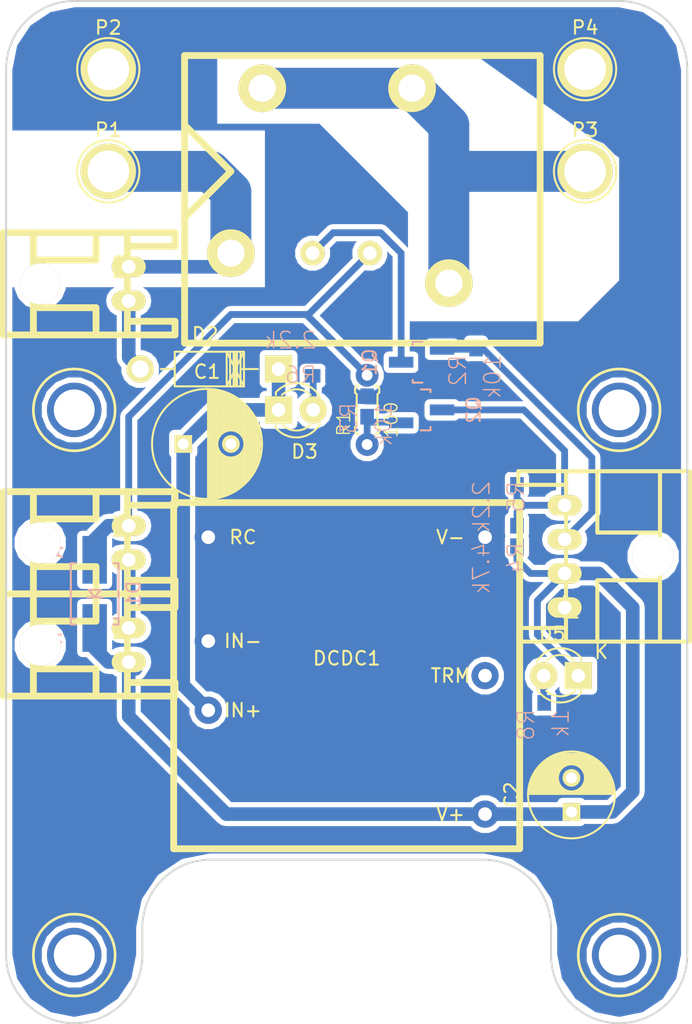
<source format=kicad_pcb>
(kicad_pcb (version 4) (host pcbnew 4.0.6)

  (general
    (links 43)
    (no_connects 0)
    (area -0.650001 -0.075001 50.550001 75.075001)
    (thickness 1.6)
    (drawings 18)
    (tracks 124)
    (zones 0)
    (modules 25)
    (nets 15)
  )

  (page A4)
  (layers
    (0 F.Cu signal)
    (31 B.Cu signal)
    (32 B.Adhes user)
    (33 F.Adhes user)
    (34 B.Paste user)
    (35 F.Paste user)
    (36 B.SilkS user)
    (37 F.SilkS user)
    (38 B.Mask user)
    (39 F.Mask user)
    (40 Dwgs.User user)
    (41 Cmts.User user)
    (42 Eco1.User user)
    (43 Eco2.User user)
    (44 Edge.Cuts user)
    (45 Margin user)
    (46 B.CrtYd user)
    (47 F.CrtYd user)
    (48 B.Fab user)
    (49 F.Fab user)
  )

  (setup
    (last_trace_width 0.25)
    (user_trace_width 0.5)
    (user_trace_width 1)
    (user_trace_width 3)
    (trace_clearance 0.2)
    (zone_clearance 0.38)
    (zone_45_only no)
    (trace_min 0.2)
    (segment_width 0.2)
    (edge_width 0.15)
    (via_size 0.6)
    (via_drill 0.4)
    (via_min_size 0.4)
    (via_min_drill 0.3)
    (user_via 1.2 0.8)
    (user_via 4 3)
    (uvia_size 0.3)
    (uvia_drill 0.1)
    (uvias_allowed no)
    (uvia_min_size 0.2)
    (uvia_min_drill 0.1)
    (pcb_text_width 0.3)
    (pcb_text_size 1.5 1.5)
    (mod_edge_width 0.15)
    (mod_text_size 1 1)
    (mod_text_width 0.15)
    (pad_size 1.524 1.524)
    (pad_drill 0.762)
    (pad_to_mask_clearance 0.2)
    (aux_axis_origin 0 0)
    (visible_elements 7FFFFFFF)
    (pcbplotparams
      (layerselection 0x01000_80000000)
      (usegerberextensions false)
      (excludeedgelayer true)
      (linewidth 0.100000)
      (plotframeref false)
      (viasonmask false)
      (mode 1)
      (useauxorigin false)
      (hpglpennumber 1)
      (hpglpenspeed 20)
      (hpglpendiameter 15)
      (hpglpenoverlay 2)
      (psnegative false)
      (psa4output false)
      (plotreference true)
      (plotvalue true)
      (plotinvisibletext false)
      (padsonsilk false)
      (subtractmaskfromsilk false)
      (outputformat 1)
      (mirror false)
      (drillshape 0)
      (scaleselection 1)
      (outputdirectory ""))
  )

  (net 0 "")
  (net 1 GND)
  (net 2 "Net-(C1-Pad1)")
  (net 3 +12V)
  (net 4 "Net-(D1-Pad2)")
  (net 5 +BATT)
  (net 6 "Net-(D3-Pad2)")
  (net 7 "Net-(D5-Pad2)")
  (net 8 "Net-(P3-Pad1)")
  (net 9 "Net-(P5-Pad1)")
  (net 10 /Power_EN)
  (net 11 /EMG_OK)
  (net 12 "Net-(Q1-PadD)")
  (net 13 "Net-(Q2-PadG)")
  (net 14 "Net-(D2-Pad2)")

  (net_class Default "これは標準のネット クラスです。"
    (clearance 0.2)
    (trace_width 0.25)
    (via_dia 0.6)
    (via_drill 0.4)
    (uvia_dia 0.3)
    (uvia_drill 0.1)
    (add_net +12V)
    (add_net +BATT)
    (add_net /EMG_OK)
    (add_net /Power_EN)
    (add_net GND)
    (add_net "Net-(C1-Pad1)")
    (add_net "Net-(D1-Pad2)")
    (add_net "Net-(D2-Pad2)")
    (add_net "Net-(D3-Pad2)")
    (add_net "Net-(D5-Pad2)")
    (add_net "Net-(P3-Pad1)")
    (add_net "Net-(P5-Pad1)")
    (add_net "Net-(Q1-PadD)")
    (add_net "Net-(Q2-PadG)")
  )

  (module Capacitors_ThroughHole:C_Radial_D8_L11.5_P3.5 (layer F.Cu) (tedit 0) (tstamp 58B2B5CB)
    (at 13 32.5)
    (descr "Radial Electrolytic Capacitor Diameter 8mm x Length 11.5mm, Pitch 3.5mm")
    (tags "Electrolytic Capacitor")
    (path /58B2B823)
    (fp_text reference C1 (at 1.75 -5.3) (layer F.SilkS)
      (effects (font (size 1 1) (thickness 0.15)))
    )
    (fp_text value 470u (at 1.75 5.3) (layer F.Fab)
      (effects (font (size 1 1) (thickness 0.15)))
    )
    (fp_line (start 1.825 -3.999) (end 1.825 3.999) (layer F.SilkS) (width 0.15))
    (fp_line (start 1.965 -3.994) (end 1.965 3.994) (layer F.SilkS) (width 0.15))
    (fp_line (start 2.105 -3.984) (end 2.105 3.984) (layer F.SilkS) (width 0.15))
    (fp_line (start 2.245 -3.969) (end 2.245 3.969) (layer F.SilkS) (width 0.15))
    (fp_line (start 2.385 -3.949) (end 2.385 3.949) (layer F.SilkS) (width 0.15))
    (fp_line (start 2.525 -3.924) (end 2.525 -0.222) (layer F.SilkS) (width 0.15))
    (fp_line (start 2.525 0.222) (end 2.525 3.924) (layer F.SilkS) (width 0.15))
    (fp_line (start 2.665 -3.894) (end 2.665 -0.55) (layer F.SilkS) (width 0.15))
    (fp_line (start 2.665 0.55) (end 2.665 3.894) (layer F.SilkS) (width 0.15))
    (fp_line (start 2.805 -3.858) (end 2.805 -0.719) (layer F.SilkS) (width 0.15))
    (fp_line (start 2.805 0.719) (end 2.805 3.858) (layer F.SilkS) (width 0.15))
    (fp_line (start 2.945 -3.817) (end 2.945 -0.832) (layer F.SilkS) (width 0.15))
    (fp_line (start 2.945 0.832) (end 2.945 3.817) (layer F.SilkS) (width 0.15))
    (fp_line (start 3.085 -3.771) (end 3.085 -0.91) (layer F.SilkS) (width 0.15))
    (fp_line (start 3.085 0.91) (end 3.085 3.771) (layer F.SilkS) (width 0.15))
    (fp_line (start 3.225 -3.718) (end 3.225 -0.961) (layer F.SilkS) (width 0.15))
    (fp_line (start 3.225 0.961) (end 3.225 3.718) (layer F.SilkS) (width 0.15))
    (fp_line (start 3.365 -3.659) (end 3.365 -0.991) (layer F.SilkS) (width 0.15))
    (fp_line (start 3.365 0.991) (end 3.365 3.659) (layer F.SilkS) (width 0.15))
    (fp_line (start 3.505 -3.594) (end 3.505 -1) (layer F.SilkS) (width 0.15))
    (fp_line (start 3.505 1) (end 3.505 3.594) (layer F.SilkS) (width 0.15))
    (fp_line (start 3.645 -3.523) (end 3.645 -0.989) (layer F.SilkS) (width 0.15))
    (fp_line (start 3.645 0.989) (end 3.645 3.523) (layer F.SilkS) (width 0.15))
    (fp_line (start 3.785 -3.444) (end 3.785 -0.959) (layer F.SilkS) (width 0.15))
    (fp_line (start 3.785 0.959) (end 3.785 3.444) (layer F.SilkS) (width 0.15))
    (fp_line (start 3.925 -3.357) (end 3.925 -0.905) (layer F.SilkS) (width 0.15))
    (fp_line (start 3.925 0.905) (end 3.925 3.357) (layer F.SilkS) (width 0.15))
    (fp_line (start 4.065 -3.262) (end 4.065 -0.825) (layer F.SilkS) (width 0.15))
    (fp_line (start 4.065 0.825) (end 4.065 3.262) (layer F.SilkS) (width 0.15))
    (fp_line (start 4.205 -3.158) (end 4.205 -0.709) (layer F.SilkS) (width 0.15))
    (fp_line (start 4.205 0.709) (end 4.205 3.158) (layer F.SilkS) (width 0.15))
    (fp_line (start 4.345 -3.044) (end 4.345 -0.535) (layer F.SilkS) (width 0.15))
    (fp_line (start 4.345 0.535) (end 4.345 3.044) (layer F.SilkS) (width 0.15))
    (fp_line (start 4.485 -2.919) (end 4.485 -0.173) (layer F.SilkS) (width 0.15))
    (fp_line (start 4.485 0.173) (end 4.485 2.919) (layer F.SilkS) (width 0.15))
    (fp_line (start 4.625 -2.781) (end 4.625 2.781) (layer F.SilkS) (width 0.15))
    (fp_line (start 4.765 -2.629) (end 4.765 2.629) (layer F.SilkS) (width 0.15))
    (fp_line (start 4.905 -2.459) (end 4.905 2.459) (layer F.SilkS) (width 0.15))
    (fp_line (start 5.045 -2.268) (end 5.045 2.268) (layer F.SilkS) (width 0.15))
    (fp_line (start 5.185 -2.05) (end 5.185 2.05) (layer F.SilkS) (width 0.15))
    (fp_line (start 5.325 -1.794) (end 5.325 1.794) (layer F.SilkS) (width 0.15))
    (fp_line (start 5.465 -1.483) (end 5.465 1.483) (layer F.SilkS) (width 0.15))
    (fp_line (start 5.605 -1.067) (end 5.605 1.067) (layer F.SilkS) (width 0.15))
    (fp_line (start 5.745 -0.2) (end 5.745 0.2) (layer F.SilkS) (width 0.15))
    (fp_circle (center 3.5 0) (end 3.5 -1) (layer F.SilkS) (width 0.15))
    (fp_circle (center 1.75 0) (end 1.75 -4.0375) (layer F.SilkS) (width 0.15))
    (fp_circle (center 1.75 0) (end 1.75 -4.3) (layer F.CrtYd) (width 0.05))
    (pad 2 thru_hole circle (at 3.5 0) (size 1.3 1.3) (drill 0.8) (layers *.Cu *.Mask F.SilkS)
      (net 1 GND))
    (pad 1 thru_hole rect (at 0 0) (size 1.3 1.3) (drill 0.8) (layers *.Cu *.Mask F.SilkS)
      (net 2 "Net-(C1-Pad1)"))
    (model Capacitors_ThroughHole.3dshapes/C_Radial_D8_L11.5_P3.5.wrl
      (at (xyz 0 0 0))
      (scale (xyz 1 1 1))
      (rotate (xyz 0 0 0))
    )
  )

  (module Capacitors_ThroughHole:C_Radial_D6.3_L11.2_P2.5 (layer F.Cu) (tedit 0) (tstamp 58B2B5D1)
    (at 41.5 59.5 90)
    (descr "Radial Electrolytic Capacitor, Diameter 6.3mm x Length 11.2mm, Pitch 2.5mm")
    (tags "Electrolytic Capacitor")
    (path /58B2BCEF)
    (fp_text reference C2 (at 1.25 -4.4 90) (layer F.SilkS)
      (effects (font (size 1 1) (thickness 0.15)))
    )
    (fp_text value 220u (at 1.25 4.4 90) (layer F.Fab)
      (effects (font (size 1 1) (thickness 0.15)))
    )
    (fp_line (start 1.325 -3.149) (end 1.325 3.149) (layer F.SilkS) (width 0.15))
    (fp_line (start 1.465 -3.143) (end 1.465 3.143) (layer F.SilkS) (width 0.15))
    (fp_line (start 1.605 -3.13) (end 1.605 -0.446) (layer F.SilkS) (width 0.15))
    (fp_line (start 1.605 0.446) (end 1.605 3.13) (layer F.SilkS) (width 0.15))
    (fp_line (start 1.745 -3.111) (end 1.745 -0.656) (layer F.SilkS) (width 0.15))
    (fp_line (start 1.745 0.656) (end 1.745 3.111) (layer F.SilkS) (width 0.15))
    (fp_line (start 1.885 -3.085) (end 1.885 -0.789) (layer F.SilkS) (width 0.15))
    (fp_line (start 1.885 0.789) (end 1.885 3.085) (layer F.SilkS) (width 0.15))
    (fp_line (start 2.025 -3.053) (end 2.025 -0.88) (layer F.SilkS) (width 0.15))
    (fp_line (start 2.025 0.88) (end 2.025 3.053) (layer F.SilkS) (width 0.15))
    (fp_line (start 2.165 -3.014) (end 2.165 -0.942) (layer F.SilkS) (width 0.15))
    (fp_line (start 2.165 0.942) (end 2.165 3.014) (layer F.SilkS) (width 0.15))
    (fp_line (start 2.305 -2.968) (end 2.305 -0.981) (layer F.SilkS) (width 0.15))
    (fp_line (start 2.305 0.981) (end 2.305 2.968) (layer F.SilkS) (width 0.15))
    (fp_line (start 2.445 -2.915) (end 2.445 -0.998) (layer F.SilkS) (width 0.15))
    (fp_line (start 2.445 0.998) (end 2.445 2.915) (layer F.SilkS) (width 0.15))
    (fp_line (start 2.585 -2.853) (end 2.585 -0.996) (layer F.SilkS) (width 0.15))
    (fp_line (start 2.585 0.996) (end 2.585 2.853) (layer F.SilkS) (width 0.15))
    (fp_line (start 2.725 -2.783) (end 2.725 -0.974) (layer F.SilkS) (width 0.15))
    (fp_line (start 2.725 0.974) (end 2.725 2.783) (layer F.SilkS) (width 0.15))
    (fp_line (start 2.865 -2.704) (end 2.865 -0.931) (layer F.SilkS) (width 0.15))
    (fp_line (start 2.865 0.931) (end 2.865 2.704) (layer F.SilkS) (width 0.15))
    (fp_line (start 3.005 -2.616) (end 3.005 -0.863) (layer F.SilkS) (width 0.15))
    (fp_line (start 3.005 0.863) (end 3.005 2.616) (layer F.SilkS) (width 0.15))
    (fp_line (start 3.145 -2.516) (end 3.145 -0.764) (layer F.SilkS) (width 0.15))
    (fp_line (start 3.145 0.764) (end 3.145 2.516) (layer F.SilkS) (width 0.15))
    (fp_line (start 3.285 -2.404) (end 3.285 -0.619) (layer F.SilkS) (width 0.15))
    (fp_line (start 3.285 0.619) (end 3.285 2.404) (layer F.SilkS) (width 0.15))
    (fp_line (start 3.425 -2.279) (end 3.425 -0.38) (layer F.SilkS) (width 0.15))
    (fp_line (start 3.425 0.38) (end 3.425 2.279) (layer F.SilkS) (width 0.15))
    (fp_line (start 3.565 -2.136) (end 3.565 2.136) (layer F.SilkS) (width 0.15))
    (fp_line (start 3.705 -1.974) (end 3.705 1.974) (layer F.SilkS) (width 0.15))
    (fp_line (start 3.845 -1.786) (end 3.845 1.786) (layer F.SilkS) (width 0.15))
    (fp_line (start 3.985 -1.563) (end 3.985 1.563) (layer F.SilkS) (width 0.15))
    (fp_line (start 4.125 -1.287) (end 4.125 1.287) (layer F.SilkS) (width 0.15))
    (fp_line (start 4.265 -0.912) (end 4.265 0.912) (layer F.SilkS) (width 0.15))
    (fp_circle (center 2.5 0) (end 2.5 -1) (layer F.SilkS) (width 0.15))
    (fp_circle (center 1.25 0) (end 1.25 -3.1875) (layer F.SilkS) (width 0.15))
    (fp_circle (center 1.25 0) (end 1.25 -3.4) (layer F.CrtYd) (width 0.05))
    (pad 2 thru_hole circle (at 2.5 0 90) (size 1.3 1.3) (drill 0.8) (layers *.Cu *.Mask F.SilkS)
      (net 1 GND))
    (pad 1 thru_hole rect (at 0 0 90) (size 1.3 1.3) (drill 0.8) (layers *.Cu *.Mask F.SilkS)
      (net 3 +12V))
    (model Capacitors_ThroughHole.3dshapes/C_Radial_D6.3_L11.2_P2.5.wrl
      (at (xyz 0 0 0))
      (scale (xyz 1 1 1))
      (rotate (xyz 0 0 0))
    )
  )

  (module Diodes_SMD:SMA_Handsoldering (layer B.Cu) (tedit 552FF1AB) (tstamp 58B2B5D7)
    (at 6.5 43.5 90)
    (descr "Diode SMA Handsoldering")
    (tags "Diode SMA Handsoldering")
    (path /58B37E26)
    (attr smd)
    (fp_text reference D1 (at 0 2.85 90) (layer B.SilkS)
      (effects (font (size 1 1) (thickness 0.15)) (justify mirror))
    )
    (fp_text value DIODE (at 0.05 -4.4 90) (layer B.Fab)
      (effects (font (size 1 1) (thickness 0.15)) (justify mirror))
    )
    (fp_line (start -4.5 2) (end 4.5 2) (layer B.CrtYd) (width 0.05))
    (fp_line (start 4.5 2) (end 4.5 -2) (layer B.CrtYd) (width 0.05))
    (fp_line (start 4.5 -2) (end -4.5 -2) (layer B.CrtYd) (width 0.05))
    (fp_line (start -4.5 -2) (end -4.5 2) (layer B.CrtYd) (width 0.05))
    (fp_line (start -0.25 0) (end 0.3 0.45) (layer B.SilkS) (width 0.15))
    (fp_line (start 0.3 0.45) (end 0.3 -0.45) (layer B.SilkS) (width 0.15))
    (fp_line (start 0.3 -0.45) (end -0.25 0) (layer B.SilkS) (width 0.15))
    (fp_line (start -0.25 0.55) (end -0.25 -0.55) (layer B.SilkS) (width 0.15))
    (fp_text user K (at -3.25 -2.9 90) (layer B.SilkS)
      (effects (font (size 1 1) (thickness 0.15)) (justify mirror))
    )
    (fp_text user A (at 3.05 -2.85 90) (layer B.SilkS)
      (effects (font (size 1 1) (thickness 0.15)) (justify mirror))
    )
    (fp_line (start -1.79914 -1.75006) (end -1.79914 -1.39954) (layer B.SilkS) (width 0.15))
    (fp_line (start -1.79914 1.75006) (end -1.79914 1.39954) (layer B.SilkS) (width 0.15))
    (fp_line (start 2.25044 -1.75006) (end 2.25044 -1.39954) (layer B.SilkS) (width 0.15))
    (fp_line (start -2.25044 -1.75006) (end -2.25044 -1.39954) (layer B.SilkS) (width 0.15))
    (fp_line (start -2.25044 1.75006) (end -2.25044 1.39954) (layer B.SilkS) (width 0.15))
    (fp_line (start 2.25044 1.75006) (end 2.25044 1.39954) (layer B.SilkS) (width 0.15))
    (fp_line (start -2.25044 -1.75006) (end 2.25044 -1.75006) (layer B.SilkS) (width 0.15))
    (fp_line (start -2.25044 1.75006) (end 2.25044 1.75006) (layer B.SilkS) (width 0.15))
    (pad 1 smd rect (at -2.49936 0 90) (size 3.50012 1.80086) (layers B.Cu B.Paste B.Mask)
      (net 3 +12V))
    (pad 2 smd rect (at 2.49936 0 90) (size 3.50012 1.80086) (layers B.Cu B.Paste B.Mask)
      (net 4 "Net-(D1-Pad2)"))
    (model Diodes_SMD.3dshapes/SMA_Handsoldering.wrl
      (at (xyz 0 0 0))
      (scale (xyz 0.3937 0.3937 0.3937))
      (rotate (xyz 0 0 180))
    )
  )

  (module Connect:1pin (layer F.Cu) (tedit 0) (tstamp 58B2B5F4)
    (at 7.5 12.5)
    (descr "module 1 pin (ou trou mecanique de percage)")
    (tags DEV)
    (path /58B2AF7C)
    (fp_text reference P1 (at 0 -3.048) (layer F.SilkS)
      (effects (font (size 1 1) (thickness 0.15)))
    )
    (fp_text value CONN_01X01 (at 0 2.794) (layer F.Fab)
      (effects (font (size 1 1) (thickness 0.15)))
    )
    (fp_circle (center 0 0) (end 0 -2.286) (layer F.SilkS) (width 0.15))
    (pad 1 thru_hole circle (at 0 0) (size 4.064 4.064) (drill 3.048) (layers *.Cu *.Mask F.SilkS)
      (net 5 +BATT))
  )

  (module Connect:1pin (layer F.Cu) (tedit 0) (tstamp 58B2B5F9)
    (at 7.5 5)
    (descr "module 1 pin (ou trou mecanique de percage)")
    (tags DEV)
    (path /58B2AFB0)
    (fp_text reference P2 (at 0 -3.048) (layer F.SilkS)
      (effects (font (size 1 1) (thickness 0.15)))
    )
    (fp_text value CONN_01X01 (at 0 2.794) (layer F.Fab)
      (effects (font (size 1 1) (thickness 0.15)))
    )
    (fp_circle (center 0 0) (end 0 -2.286) (layer F.SilkS) (width 0.15))
    (pad 1 thru_hole circle (at 0 0) (size 4.064 4.064) (drill 3.048) (layers *.Cu *.Mask F.SilkS)
      (net 1 GND))
  )

  (module Connect:1pin (layer F.Cu) (tedit 0) (tstamp 58B2B5FE)
    (at 42.5 12.5)
    (descr "module 1 pin (ou trou mecanique de percage)")
    (tags DEV)
    (path /58B2B2D0)
    (fp_text reference P3 (at 0 -3.048) (layer F.SilkS)
      (effects (font (size 1 1) (thickness 0.15)))
    )
    (fp_text value CONN_01X01 (at 0 2.794) (layer F.Fab)
      (effects (font (size 1 1) (thickness 0.15)))
    )
    (fp_circle (center 0 0) (end 0 -2.286) (layer F.SilkS) (width 0.15))
    (pad 1 thru_hole circle (at 0 0) (size 4.064 4.064) (drill 3.048) (layers *.Cu *.Mask F.SilkS)
      (net 8 "Net-(P3-Pad1)"))
  )

  (module Connect:1pin (layer F.Cu) (tedit 0) (tstamp 58B2B603)
    (at 42.5 5)
    (descr "module 1 pin (ou trou mecanique de percage)")
    (tags DEV)
    (path /58B2B2CA)
    (fp_text reference P4 (at 0 -3.048) (layer F.SilkS)
      (effects (font (size 1 1) (thickness 0.15)))
    )
    (fp_text value CONN_01X01 (at 0 2.794) (layer F.Fab)
      (effects (font (size 1 1) (thickness 0.15)))
    )
    (fp_circle (center 0 0) (end 0 -2.286) (layer F.SilkS) (width 0.15))
    (pad 1 thru_hole circle (at 0 0) (size 4.064 4.064) (drill 3.048) (layers *.Cu *.Mask F.SilkS)
      (net 1 GND))
  )

  (module RP_KiCAD_Connector:XA_2LC (layer F.Cu) (tedit 5763B232) (tstamp 58B2B60A)
    (at 9 46 270)
    (path /58B2AA40)
    (fp_text reference P5 (at 0 0.5 270) (layer F.SilkS)
      (effects (font (size 1 1) (thickness 0.15)))
    )
    (fp_text value CONN_01X02 (at 0 -0.5 270) (layer F.Fab)
      (effects (font (size 1 1) (thickness 0.15)))
    )
    (fp_line (start -1.5 -3.4) (end -2.5 -3.4) (layer F.SilkS) (width 0.5))
    (fp_line (start 5 -3.4) (end 4 -3.4) (layer F.SilkS) (width 0.5))
    (fp_line (start 4 -3.4) (end 4 0.1) (layer F.SilkS) (width 0.5))
    (fp_line (start -1.5 -3.4) (end -1.5 0.1) (layer F.SilkS) (width 0.5))
    (fp_line (start 3 2.4) (end 5 2.4) (layer F.SilkS) (width 0.5))
    (fp_line (start -0.5 2.4) (end -2.5 2.4) (layer F.SilkS) (width 0.5))
    (fp_line (start 3 2.4) (end 3 7) (layer F.SilkS) (width 0.5))
    (fp_line (start -0.5 2.4) (end -0.5 7) (layer F.SilkS) (width 0.5))
    (fp_line (start -2.5 0.1) (end 5 0.1) (layer F.SilkS) (width 0.5))
    (fp_line (start -2.5 7) (end 5 7) (layer F.SilkS) (width 0.5))
    (fp_line (start -2.5 9.2) (end 5 9.2) (layer F.SilkS) (width 0.5))
    (fp_line (start 5 -3.4) (end 5 9.2) (layer F.SilkS) (width 0.5))
    (fp_line (start -2.5 -3.4) (end -2.5 9.2) (layer F.SilkS) (width 0.5))
    (pad 1 thru_hole oval (at 0 0 270) (size 1.5 2.5) (drill 1) (layers *.Cu *.Mask F.SilkS)
      (net 9 "Net-(P5-Pad1)"))
    (pad 2 thru_hole oval (at 2.5 0 270) (size 1.5 2.5) (drill 1) (layers *.Cu *.Mask F.SilkS)
      (net 3 +12V))
    (pad "" thru_hole circle (at 1.25 6.5 270) (size 3 3) (drill 3) (layers *.Cu *.Mask F.SilkS)
      (clearance -0.3))
    (model conn_XA/XA_2S.wrl
      (at (xyz 0.05 -0.2 0))
      (scale (xyz 4 4 4))
      (rotate (xyz 0 0 180))
    )
  )

  (module RP_KiCAD_Connector:XA_2LC (layer F.Cu) (tedit 5763B232) (tstamp 58B2B611)
    (at 9 38.5 270)
    (path /58B2A9DF)
    (fp_text reference P6 (at 0 0.5 270) (layer F.SilkS)
      (effects (font (size 1 1) (thickness 0.15)))
    )
    (fp_text value CONN_01X02 (at 0 -0.5 270) (layer F.Fab)
      (effects (font (size 1 1) (thickness 0.15)))
    )
    (fp_line (start -1.5 -3.4) (end -2.5 -3.4) (layer F.SilkS) (width 0.5))
    (fp_line (start 5 -3.4) (end 4 -3.4) (layer F.SilkS) (width 0.5))
    (fp_line (start 4 -3.4) (end 4 0.1) (layer F.SilkS) (width 0.5))
    (fp_line (start -1.5 -3.4) (end -1.5 0.1) (layer F.SilkS) (width 0.5))
    (fp_line (start 3 2.4) (end 5 2.4) (layer F.SilkS) (width 0.5))
    (fp_line (start -0.5 2.4) (end -2.5 2.4) (layer F.SilkS) (width 0.5))
    (fp_line (start 3 2.4) (end 3 7) (layer F.SilkS) (width 0.5))
    (fp_line (start -0.5 2.4) (end -0.5 7) (layer F.SilkS) (width 0.5))
    (fp_line (start -2.5 0.1) (end 5 0.1) (layer F.SilkS) (width 0.5))
    (fp_line (start -2.5 7) (end 5 7) (layer F.SilkS) (width 0.5))
    (fp_line (start -2.5 9.2) (end 5 9.2) (layer F.SilkS) (width 0.5))
    (fp_line (start 5 -3.4) (end 5 9.2) (layer F.SilkS) (width 0.5))
    (fp_line (start -2.5 -3.4) (end -2.5 9.2) (layer F.SilkS) (width 0.5))
    (pad 1 thru_hole oval (at 0 0 270) (size 1.5 2.5) (drill 1) (layers *.Cu *.Mask F.SilkS)
      (net 4 "Net-(D1-Pad2)"))
    (pad 2 thru_hole oval (at 2.5 0 270) (size 1.5 2.5) (drill 1) (layers *.Cu *.Mask F.SilkS)
      (net 9 "Net-(P5-Pad1)"))
    (pad "" thru_hole circle (at 1.25 6.5 270) (size 3 3) (drill 3) (layers *.Cu *.Mask F.SilkS)
      (clearance -0.3))
    (model conn_XA/XA_2S.wrl
      (at (xyz 0.05 -0.2 0))
      (scale (xyz 4 4 4))
      (rotate (xyz 0 0 180))
    )
  )

  (module RP_KiCAD_Connector:XA_4LC (layer F.Cu) (tedit 585B7649) (tstamp 58B2B61A)
    (at 41 44.5 90)
    (path /58B2CD26)
    (fp_text reference P7 (at 0 0.5 90) (layer F.SilkS)
      (effects (font (size 1 1) (thickness 0.15)))
    )
    (fp_text value CONN_01X04 (at 3.5 8 90) (layer F.Fab)
      (effects (font (size 1 1) (thickness 0.15)))
    )
    (fp_line (start 10 9.2) (end -2.5 9.2) (layer F.SilkS) (width 0.3))
    (fp_line (start 10 -3.4) (end 10 9.2) (layer F.SilkS) (width 0.3))
    (fp_line (start 9 0.1) (end 9 -3.4) (layer F.SilkS) (width 0.3))
    (fp_line (start 9 -3.4) (end 10 -3.4) (layer F.SilkS) (width 0.3))
    (fp_line (start -2.5 0.1) (end 10 0.1) (layer F.SilkS) (width 0.3))
    (fp_line (start 5.5 2.4) (end 5.5 7) (layer F.SilkS) (width 0.3))
    (fp_line (start 5.5 2.4) (end 10 2.4) (layer F.SilkS) (width 0.3))
    (fp_line (start 2 7) (end 2 2.4) (layer F.SilkS) (width 0.3))
    (fp_line (start 2 2.4) (end -2.5 2.4) (layer F.SilkS) (width 0.3))
    (fp_line (start -2.5 7) (end 10 7) (layer F.SilkS) (width 0.3))
    (fp_line (start -2.5 -3.4) (end -2.5 9.2) (layer F.SilkS) (width 0.3))
    (fp_line (start -2.5 -3.4) (end -1.5 -3.4) (layer F.SilkS) (width 0.3))
    (fp_line (start -1.5 -3.4) (end -1.5 0.1) (layer F.SilkS) (width 0.3))
    (pad 1 thru_hole oval (at 0 0 90) (size 1.5 2.5) (drill 1) (layers *.Cu *.Mask F.SilkS)
      (net 1 GND))
    (pad 2 thru_hole oval (at 2.5 0 90) (size 1.5 2.5) (drill 1) (layers *.Cu *.Mask F.SilkS)
      (net 3 +12V))
    (pad 3 thru_hole oval (at 5 0 90) (size 1.5 2.5) (drill 1) (layers *.Cu *.Mask F.SilkS)
      (net 10 /Power_EN))
    (pad 4 thru_hole oval (at 7.5 0 90) (size 1.5 2.5) (drill 1) (layers *.Cu *.Mask F.SilkS)
      (net 11 /EMG_OK))
    (pad "" thru_hole circle (at 3.75 6.5 90) (size 3 3) (drill 3) (layers *.Cu *.Mask F.SilkS)
      (clearance -0.3))
    (model conn_XA/XA_4S.wrl
      (at (xyz 0.15 -0.2 0))
      (scale (xyz 4 4 4))
      (rotate (xyz 0 0 180))
    )
  )

  (module TO_SOT_Packages_SMD:SOT-23_Handsoldering (layer B.Cu) (tedit 56FA59B0) (tstamp 58B2B621)
    (at 30.5 26.5 270)
    (descr "SOT-23, Handsoldering")
    (tags SOT-23)
    (path /58B2AAF2)
    (attr smd)
    (fp_text reference Q1 (at 0 3.81 270) (layer B.SilkS)
      (effects (font (size 1 1) (thickness 0.15)) (justify mirror))
    )
    (fp_text value MOSFET_N (at 0 -3.81 270) (layer B.Fab)
      (effects (font (size 1 1) (thickness 0.15)) (justify mirror))
    )
    (fp_line (start -1.49982 -0.0508) (end -1.49982 0.65024) (layer B.SilkS) (width 0.15))
    (fp_line (start -1.49982 0.65024) (end -1.2509 0.65024) (layer B.SilkS) (width 0.15))
    (fp_line (start 1.29916 0.65024) (end 1.49982 0.65024) (layer B.SilkS) (width 0.15))
    (fp_line (start 1.49982 0.65024) (end 1.49982 -0.0508) (layer B.SilkS) (width 0.15))
    (pad G smd rect (at -0.95 -1.50114 270) (size 0.8001 1.80086) (layers B.Cu B.Paste B.Mask)
      (net 10 /Power_EN))
    (pad S smd rect (at 0.95 -1.50114 270) (size 0.8001 1.80086) (layers B.Cu B.Paste B.Mask)
      (net 1 GND))
    (pad D smd rect (at 0 1.50114 270) (size 0.8001 1.80086) (layers B.Cu B.Paste B.Mask)
      (net 12 "Net-(Q1-PadD)"))
    (model TO_SOT_Packages_SMD.3dshapes/SOT-23_Handsoldering.wrl
      (at (xyz 0 0 0))
      (scale (xyz 1 1 1))
      (rotate (xyz 0 0 0))
    )
  )

  (module TO_SOT_Packages_SMD:SOT-23_Handsoldering (layer B.Cu) (tedit 56FA59B0) (tstamp 58B2B628)
    (at 30.5 30 90)
    (descr "SOT-23, Handsoldering")
    (tags SOT-23)
    (path /58B30F10)
    (attr smd)
    (fp_text reference Q2 (at 0 3.81 90) (layer B.SilkS)
      (effects (font (size 1 1) (thickness 0.15)) (justify mirror))
    )
    (fp_text value MOSFET_N (at 0 -3.81 90) (layer B.Fab)
      (effects (font (size 1 1) (thickness 0.15)) (justify mirror))
    )
    (fp_line (start -1.49982 -0.0508) (end -1.49982 0.65024) (layer B.SilkS) (width 0.15))
    (fp_line (start -1.49982 0.65024) (end -1.2509 0.65024) (layer B.SilkS) (width 0.15))
    (fp_line (start 1.29916 0.65024) (end 1.49982 0.65024) (layer B.SilkS) (width 0.15))
    (fp_line (start 1.49982 0.65024) (end 1.49982 -0.0508) (layer B.SilkS) (width 0.15))
    (pad G smd rect (at -0.95 -1.50114 90) (size 0.8001 1.80086) (layers B.Cu B.Paste B.Mask)
      (net 13 "Net-(Q2-PadG)"))
    (pad S smd rect (at 0.95 -1.50114 90) (size 0.8001 1.80086) (layers B.Cu B.Paste B.Mask)
      (net 1 GND))
    (pad D smd rect (at 0 1.50114 90) (size 0.8001 1.80086) (layers B.Cu B.Paste B.Mask)
      (net 11 /EMG_OK))
    (model TO_SOT_Packages_SMD.3dshapes/SOT-23_Handsoldering.wrl
      (at (xyz 0 0 0))
      (scale (xyz 1 1 1))
      (rotate (xyz 0 0 0))
    )
  )

  (module Relays_ThroughHole:V23076-A3001-D142 (layer F.Cu) (tedit 57049A26) (tstamp 58B2B662)
    (at 16.5 18.5 180)
    (path /58B2A7B3)
    (fp_text reference U1 (at 0 0.5 180) (layer F.SilkS)
      (effects (font (size 1 1) (thickness 0.15)))
    )
    (fp_text value V23076-D3001-D142 (at 0 -0.5 180) (layer F.Fab)
      (effects (font (size 1 1) (thickness 0.15)))
    )
    (fp_line (start 0 6) (end 3.4 9.4) (layer F.SilkS) (width 0.5))
    (fp_line (start 0 6) (end 3.4 2.6) (layer F.SilkS) (width 0.5))
    (fp_line (start -22.7 -6.6) (end -22.7 14.5) (layer F.SilkS) (width 0.5))
    (fp_line (start 3.4 0) (end 3.4 14.5) (layer F.SilkS) (width 0.5))
    (fp_line (start 3.4 14.5) (end -22.7 14.5) (layer F.SilkS) (width 0.5))
    (fp_line (start 3.4 -6.6) (end -22.7 -6.6) (layer F.SilkS) (width 0.5))
    (fp_line (start 3.4 0) (end 3.4 -6.6) (layer F.SilkS) (width 0.5))
    (pad 5 thru_hole circle (at 0 0 180) (size 3.5 3.5) (drill 2) (layers *.Cu *.Mask F.SilkS)
      (net 5 +BATT))
    (pad 2 thru_hole circle (at -10.2 0 180) (size 1.8 1.8) (drill 1) (layers *.Cu *.Mask F.SilkS)
      (net 4 "Net-(D1-Pad2)"))
    (pad 1 thru_hole circle (at -6 0 180) (size 1.8 1.8) (drill 1) (layers *.Cu *.Mask F.SilkS)
      (net 12 "Net-(Q1-PadD)"))
    (pad 4 thru_hole circle (at -16 -2.2 180) (size 3.5 3.5) (drill 2) (layers *.Cu *.Mask F.SilkS)
      (net 8 "Net-(P3-Pad1)"))
    (pad 4 thru_hole circle (at -2.3 12.1 180) (size 3.5 3.5) (drill 2) (layers *.Cu *.Mask F.SilkS)
      (net 8 "Net-(P3-Pad1)"))
    (pad 4 thru_hole circle (at -13.3 12.1 180) (size 3.5 3.5) (drill 2) (layers *.Cu *.Mask F.SilkS)
      (net 8 "Net-(P3-Pad1)"))
    (model Relays_ThroughHole.3dshapes/V23076-D3001.wrl
      (at (xyz 0.135 0.26 0))
      (scale (xyz 3.95 3.95 3.95))
      (rotate (xyz 0 0 180))
    )
  )

  (module RP_KiCAD_Connector:XA_2LC (layer F.Cu) (tedit 5763B232) (tstamp 58B2B8FC)
    (at 9 19.5 270)
    (path /58B3B979)
    (fp_text reference P8 (at 0 0.5 270) (layer F.SilkS)
      (effects (font (size 1 1) (thickness 0.15)))
    )
    (fp_text value CONN_01X02 (at 0 -0.5 270) (layer F.Fab)
      (effects (font (size 1 1) (thickness 0.15)))
    )
    (fp_line (start -1.5 -3.4) (end -2.5 -3.4) (layer F.SilkS) (width 0.5))
    (fp_line (start 5 -3.4) (end 4 -3.4) (layer F.SilkS) (width 0.5))
    (fp_line (start 4 -3.4) (end 4 0.1) (layer F.SilkS) (width 0.5))
    (fp_line (start -1.5 -3.4) (end -1.5 0.1) (layer F.SilkS) (width 0.5))
    (fp_line (start 3 2.4) (end 5 2.4) (layer F.SilkS) (width 0.5))
    (fp_line (start -0.5 2.4) (end -2.5 2.4) (layer F.SilkS) (width 0.5))
    (fp_line (start 3 2.4) (end 3 7) (layer F.SilkS) (width 0.5))
    (fp_line (start -0.5 2.4) (end -0.5 7) (layer F.SilkS) (width 0.5))
    (fp_line (start -2.5 0.1) (end 5 0.1) (layer F.SilkS) (width 0.5))
    (fp_line (start -2.5 7) (end 5 7) (layer F.SilkS) (width 0.5))
    (fp_line (start -2.5 9.2) (end 5 9.2) (layer F.SilkS) (width 0.5))
    (fp_line (start 5 -3.4) (end 5 9.2) (layer F.SilkS) (width 0.5))
    (fp_line (start -2.5 -3.4) (end -2.5 9.2) (layer F.SilkS) (width 0.5))
    (pad 1 thru_hole oval (at 0 0 270) (size 1.5 2.5) (drill 1) (layers *.Cu *.Mask F.SilkS)
      (net 5 +BATT))
    (pad 2 thru_hole oval (at 2.5 0 270) (size 1.5 2.5) (drill 1) (layers *.Cu *.Mask F.SilkS)
      (net 14 "Net-(D2-Pad2)"))
    (pad "" thru_hole circle (at 1.25 6.5 270) (size 3 3) (drill 3) (layers *.Cu *.Mask F.SilkS)
      (clearance -0.3))
    (model conn_XA/XA_2S.wrl
      (at (xyz 0.05 -0.2 0))
      (scale (xyz 4 4 4))
      (rotate (xyz 0 0 180))
    )
  )

  (module Diodes_ThroughHole:Diode_DO-41_SOD81_Horizontal_RM10 (layer F.Cu) (tedit 552FFCCE) (tstamp 58B2C147)
    (at 20 27 180)
    (descr "Diode, DO-41, SOD81, Horizontal, RM 10mm,")
    (tags "Diode, DO-41, SOD81, Horizontal, RM 10mm, 1N4007, SB140,")
    (path /58B2B572)
    (fp_text reference D2 (at 5.38734 2.53746 180) (layer F.SilkS)
      (effects (font (size 1 1) (thickness 0.15)))
    )
    (fp_text value DIODE (at 4.37134 -3.55854 180) (layer F.Fab)
      (effects (font (size 1 1) (thickness 0.15)))
    )
    (fp_line (start 7.62 -0.00254) (end 8.636 -0.00254) (layer F.SilkS) (width 0.15))
    (fp_line (start 2.794 -0.00254) (end 1.524 -0.00254) (layer F.SilkS) (width 0.15))
    (fp_line (start 3.048 -1.27254) (end 3.048 1.26746) (layer F.SilkS) (width 0.15))
    (fp_line (start 3.302 -1.27254) (end 3.302 1.26746) (layer F.SilkS) (width 0.15))
    (fp_line (start 3.556 -1.27254) (end 3.556 1.26746) (layer F.SilkS) (width 0.15))
    (fp_line (start 2.794 -1.27254) (end 2.794 1.26746) (layer F.SilkS) (width 0.15))
    (fp_line (start 3.81 -1.27254) (end 2.54 1.26746) (layer F.SilkS) (width 0.15))
    (fp_line (start 2.54 -1.27254) (end 3.81 1.26746) (layer F.SilkS) (width 0.15))
    (fp_line (start 3.81 -1.27254) (end 3.81 1.26746) (layer F.SilkS) (width 0.15))
    (fp_line (start 3.175 -1.27254) (end 3.175 1.26746) (layer F.SilkS) (width 0.15))
    (fp_line (start 2.54 1.26746) (end 2.54 -1.27254) (layer F.SilkS) (width 0.15))
    (fp_line (start 2.54 -1.27254) (end 7.62 -1.27254) (layer F.SilkS) (width 0.15))
    (fp_line (start 7.62 -1.27254) (end 7.62 1.26746) (layer F.SilkS) (width 0.15))
    (fp_line (start 7.62 1.26746) (end 2.54 1.26746) (layer F.SilkS) (width 0.15))
    (pad 2 thru_hole circle (at 10.16 -0.00254) (size 1.99898 1.99898) (drill 1.27) (layers *.Cu *.Mask F.SilkS)
      (net 14 "Net-(D2-Pad2)"))
    (pad 1 thru_hole rect (at 0 -0.00254) (size 1.99898 1.99898) (drill 1.00076) (layers *.Cu *.Mask F.SilkS)
      (net 2 "Net-(C1-Pad1)"))
  )

  (module LEDs:LED-3MM (layer F.Cu) (tedit 559B82F6) (tstamp 58B2C14C)
    (at 20 30)
    (descr "LED 3mm round vertical")
    (tags "LED  3mm round vertical")
    (path /58B2C22E)
    (fp_text reference D3 (at 1.91 3.06) (layer F.SilkS)
      (effects (font (size 1 1) (thickness 0.15)))
    )
    (fp_text value LED (at 1.3 -2.9) (layer F.Fab)
      (effects (font (size 1 1) (thickness 0.15)))
    )
    (fp_line (start -1.2 2.3) (end 3.8 2.3) (layer F.CrtYd) (width 0.05))
    (fp_line (start 3.8 2.3) (end 3.8 -2.2) (layer F.CrtYd) (width 0.05))
    (fp_line (start 3.8 -2.2) (end -1.2 -2.2) (layer F.CrtYd) (width 0.05))
    (fp_line (start -1.2 -2.2) (end -1.2 2.3) (layer F.CrtYd) (width 0.05))
    (fp_line (start -0.199 1.314) (end -0.199 1.114) (layer F.SilkS) (width 0.15))
    (fp_line (start -0.199 -1.28) (end -0.199 -1.1) (layer F.SilkS) (width 0.15))
    (fp_arc (start 1.301 0.034) (end -0.199 -1.286) (angle 108.5) (layer F.SilkS) (width 0.15))
    (fp_arc (start 1.301 0.034) (end 0.25 -1.1) (angle 85.7) (layer F.SilkS) (width 0.15))
    (fp_arc (start 1.311 0.034) (end 3.051 0.994) (angle 110) (layer F.SilkS) (width 0.15))
    (fp_arc (start 1.301 0.034) (end 2.335 1.094) (angle 87.5) (layer F.SilkS) (width 0.15))
    (fp_text user K (at -1.69 1.74) (layer F.SilkS)
      (effects (font (size 1 1) (thickness 0.15)))
    )
    (pad 1 thru_hole rect (at 0 0 90) (size 2 2) (drill 1.00076) (layers *.Cu *.Mask F.SilkS)
      (net 2 "Net-(C1-Pad1)"))
    (pad 2 thru_hole circle (at 2.54 0) (size 2 2) (drill 1.00076) (layers *.Cu *.Mask F.SilkS)
      (net 6 "Net-(D3-Pad2)"))
    (model LEDs.3dshapes/LED-3MM.wrl
      (at (xyz 0.05 0 0))
      (scale (xyz 1 1 1))
      (rotate (xyz 0 0 90))
    )
  )

  (module LEDs:LED-3MM (layer F.Cu) (tedit 559B82F6) (tstamp 58B2C151)
    (at 42 49.5 180)
    (descr "LED 3mm round vertical")
    (tags "LED  3mm round vertical")
    (path /58B2DEA2)
    (fp_text reference D5 (at 1.91 3.06 180) (layer F.SilkS)
      (effects (font (size 1 1) (thickness 0.15)))
    )
    (fp_text value LED (at 1.3 -2.9 180) (layer F.Fab)
      (effects (font (size 1 1) (thickness 0.15)))
    )
    (fp_line (start -1.2 2.3) (end 3.8 2.3) (layer F.CrtYd) (width 0.05))
    (fp_line (start 3.8 2.3) (end 3.8 -2.2) (layer F.CrtYd) (width 0.05))
    (fp_line (start 3.8 -2.2) (end -1.2 -2.2) (layer F.CrtYd) (width 0.05))
    (fp_line (start -1.2 -2.2) (end -1.2 2.3) (layer F.CrtYd) (width 0.05))
    (fp_line (start -0.199 1.314) (end -0.199 1.114) (layer F.SilkS) (width 0.15))
    (fp_line (start -0.199 -1.28) (end -0.199 -1.1) (layer F.SilkS) (width 0.15))
    (fp_arc (start 1.301 0.034) (end -0.199 -1.286) (angle 108.5) (layer F.SilkS) (width 0.15))
    (fp_arc (start 1.301 0.034) (end 0.25 -1.1) (angle 85.7) (layer F.SilkS) (width 0.15))
    (fp_arc (start 1.311 0.034) (end 3.051 0.994) (angle 110) (layer F.SilkS) (width 0.15))
    (fp_arc (start 1.301 0.034) (end 2.335 1.094) (angle 87.5) (layer F.SilkS) (width 0.15))
    (fp_text user K (at -1.69 1.74 180) (layer F.SilkS)
      (effects (font (size 1 1) (thickness 0.15)))
    )
    (pad 1 thru_hole rect (at 0 0 270) (size 2 2) (drill 1.00076) (layers *.Cu *.Mask F.SilkS)
      (net 3 +12V))
    (pad 2 thru_hole circle (at 2.54 0 180) (size 2 2) (drill 1.00076) (layers *.Cu *.Mask F.SilkS)
      (net 7 "Net-(D5-Pad2)"))
    (model LEDs.3dshapes/LED-3MM.wrl
      (at (xyz 0.05 0 0))
      (scale (xyz 1 1 1))
      (rotate (xyz 0 0 90))
    )
  )

  (module RP_KiCAD_Libs:0204_2f5 (layer F.Cu) (tedit 0) (tstamp 58B2C156)
    (at 26.5 30 90)
    (descr "<b>RESISTOR</b><p>\ntype 0204, grid 5 mm")
    (path /58B31340)
    (fp_text reference R1 (at -2.0066 -1.1684 90) (layer F.SilkS)
      (effects (font (size 0.94107 0.94107) (thickness 0.09906)) (justify left bottom))
    )
    (fp_text value 100 (at -2.1336 2.3114 90) (layer F.SilkS)
      (effects (font (size 0.94107 0.94107) (thickness 0.09906)) (justify left bottom))
    )
    (fp_line (start 2.54 0) (end 2.032 0) (layer Dwgs.User) (width 0.508))
    (fp_line (start -2.54 0) (end -2.032 0) (layer Dwgs.User) (width 0.508))
    (fp_arc (start -1.524 -0.635) (end -1.778 -0.635) (angle 90) (layer F.SilkS) (width 0.1524))
    (fp_arc (start -1.524 0.635) (end -1.778 0.635) (angle -90) (layer F.SilkS) (width 0.1524))
    (fp_arc (start 1.524 0.635) (end 1.524 0.889) (angle -90) (layer F.SilkS) (width 0.1524))
    (fp_arc (start 1.524 -0.635) (end 1.524 -0.889) (angle 90) (layer F.SilkS) (width 0.1524))
    (fp_line (start -1.778 0.635) (end -1.778 -0.635) (layer Dwgs.User) (width 0.1524))
    (fp_line (start -1.524 -0.889) (end -1.27 -0.889) (layer F.SilkS) (width 0.1524))
    (fp_line (start -1.143 -0.762) (end -1.27 -0.889) (layer F.SilkS) (width 0.1524))
    (fp_line (start -1.524 0.889) (end -1.27 0.889) (layer F.SilkS) (width 0.1524))
    (fp_line (start -1.143 0.762) (end -1.27 0.889) (layer F.SilkS) (width 0.1524))
    (fp_line (start 1.143 -0.762) (end 1.27 -0.889) (layer F.SilkS) (width 0.1524))
    (fp_line (start 1.143 -0.762) (end -1.143 -0.762) (layer F.SilkS) (width 0.1524))
    (fp_line (start 1.143 0.762) (end 1.27 0.889) (layer F.SilkS) (width 0.1524))
    (fp_line (start 1.143 0.762) (end -1.143 0.762) (layer F.SilkS) (width 0.1524))
    (fp_line (start 1.524 -0.889) (end 1.27 -0.889) (layer F.SilkS) (width 0.1524))
    (fp_line (start 1.524 0.889) (end 1.27 0.889) (layer F.SilkS) (width 0.1524))
    (fp_line (start 1.778 0.635) (end 1.778 -0.635) (layer Dwgs.User) (width 0.1524))
    (fp_poly (pts (xy -2.032 0.254) (xy -1.778 0.254) (xy -1.778 -0.254) (xy -2.032 -0.254)) (layer Dwgs.User) (width 0))
    (fp_poly (pts (xy 1.778 0.254) (xy 2.032 0.254) (xy 2.032 -0.254) (xy 1.778 -0.254)) (layer Dwgs.User) (width 0))
    (pad 1 thru_hole circle (at -2.54 0 90) (size 1.6764 1.6764) (drill 0.8) (layers *.Cu *.Mask)
      (net 13 "Net-(Q2-PadG)"))
    (pad 2 thru_hole circle (at 2.54 0 90) (size 1.6764 1.6764) (drill 0.8) (layers *.Cu *.Mask)
      (net 4 "Net-(D1-Pad2)"))
    (model discret/resistors/horizontal/r_h_1R.wrl
      (at (xyz 0 0 0))
      (scale (xyz 0.2 0.2 0.2))
      (rotate (xyz 0 0 0))
    )
  )

  (module RP_KiCAD_Libs:MGS15 (layer F.Cu) (tedit 58635C78) (tstamp 58DE0C86)
    (at 25 49.5 180)
    (path /58DE1A40)
    (fp_text reference DCDC1 (at 0 1.27 180) (layer F.SilkS)
      (effects (font (size 1 1) (thickness 0.15)))
    )
    (fp_text value MGS15 (at 0 -1.27 180) (layer F.Fab)
      (effects (font (size 1 1) (thickness 0.15)))
    )
    (fp_text user RC (at 7.62 10.16 180) (layer F.SilkS)
      (effects (font (size 1 1) (thickness 0.15)))
    )
    (fp_text user IN- (at 7.62 2.54 180) (layer F.SilkS)
      (effects (font (size 1 1) (thickness 0.15)))
    )
    (fp_text user IN+ (at 7.62 -2.54 180) (layer F.SilkS)
      (effects (font (size 1 1) (thickness 0.15)))
    )
    (fp_text user V- (at -7.62 10.16 180) (layer F.SilkS)
      (effects (font (size 1 1) (thickness 0.15)))
    )
    (fp_text user TRM (at -7.62 0 180) (layer F.SilkS)
      (effects (font (size 1 1) (thickness 0.15)))
    )
    (fp_text user V+ (at -7.62 -10.16 180) (layer F.SilkS)
      (effects (font (size 1 1) (thickness 0.15)))
    )
    (fp_line (start -12.7 -12.7) (end -12.7 12.7) (layer F.SilkS) (width 0.5))
    (fp_line (start -12.7 12.7) (end 12.7 12.7) (layer F.SilkS) (width 0.5))
    (fp_line (start 12.7 12.7) (end 12.7 -12.7) (layer F.SilkS) (width 0.5))
    (fp_line (start 12.7 -12.7) (end -12.7 -12.7) (layer F.SilkS) (width 0.5))
    (pad 6 thru_hole circle (at 10.16 -2.54 180) (size 2 2) (drill 1) (layers *.Cu *.Mask)
      (net 2 "Net-(C1-Pad1)"))
    (pad 5 thru_hole circle (at 10.16 2.54 180) (size 2 2) (drill 1) (layers *.Cu *.Mask)
      (net 1 GND))
    (pad 4 thru_hole circle (at 10.16 10.16 180) (size 2 2) (drill 1) (layers *.Cu *.Mask)
      (net 1 GND))
    (pad 3 thru_hole circle (at -10.16 10.16 180) (size 2 2) (drill 1) (layers *.Cu *.Mask)
      (net 1 GND))
    (pad 2 thru_hole circle (at -10.16 0 180) (size 2 2) (drill 1) (layers *.Cu *.Mask))
    (pad 1 thru_hole circle (at -10.16 -10.16 180) (size 2 2) (drill 1) (layers *.Cu *.Mask)
      (net 3 +12V))
    (model user/MGS15.wrl
      (at (xyz 0 0 0))
      (scale (xyz 4 4 4))
      (rotate (xyz 90 180 0))
    )
  )

  (module RP_KiCAD_Libs:C1608_NP (layer B.Cu) (tedit 58C9EFDC) (tstamp 58DE0F7C)
    (at 34.5 26.5 270)
    (descr <b>CAPACITOR</b>)
    (path /58B30272)
    (fp_text reference R2 (at -0.635 0.635 270) (layer B.SilkS)
      (effects (font (size 1.2065 1.2065) (thickness 0.1016)) (justify left bottom mirror))
    )
    (fp_text value 10k (at -0.635 -1.905 270) (layer B.SilkS)
      (effects (font (size 1.2065 1.2065) (thickness 0.1016)) (justify left bottom mirror))
    )
    (fp_line (start -0.356 0.432) (end 0.356 0.432) (layer Dwgs.User) (width 0.1016))
    (fp_line (start -0.356 -0.419) (end 0.356 -0.419) (layer Dwgs.User) (width 0.1016))
    (fp_poly (pts (xy -0.8382 -0.4699) (xy -0.3381 -0.4699) (xy -0.3381 0.4801) (xy -0.8382 0.4801)) (layer Dwgs.User) (width 0))
    (fp_poly (pts (xy 0.3302 -0.4699) (xy 0.8303 -0.4699) (xy 0.8303 0.4801) (xy 0.3302 0.4801)) (layer Dwgs.User) (width 0))
    (fp_poly (pts (xy -0.1999 -0.3) (xy 0.1999 -0.3) (xy 0.1999 0.3) (xy -0.1999 0.3)) (layer B.Adhes) (width 0))
    (pad 1 smd rect (at -1 0 270) (size 1.15 1) (layers B.Cu B.Paste B.Mask)
      (net 10 /Power_EN))
    (pad 2 smd rect (at 0.5 0 270) (size 1.15 1) (layers B.Cu B.Paste B.Mask)
      (net 1 GND))
    (model Resistors_SMD.3dshapes/R_0603.wrl
      (at (xyz 0 0 0))
      (scale (xyz 1 1 1))
      (rotate (xyz 0 0 0))
    )
  )

  (module RP_KiCAD_Libs:C1608_NP (layer B.Cu) (tedit 58C9EFDC) (tstamp 58DE0F81)
    (at 26.5 30 270)
    (descr <b>CAPACITOR</b>)
    (path /58B313D7)
    (fp_text reference R3 (at -0.635 0.635 270) (layer B.SilkS)
      (effects (font (size 1.2065 1.2065) (thickness 0.1016)) (justify left bottom mirror))
    )
    (fp_text value 10k (at -0.635 -1.905 270) (layer B.SilkS)
      (effects (font (size 1.2065 1.2065) (thickness 0.1016)) (justify left bottom mirror))
    )
    (fp_line (start -0.356 0.432) (end 0.356 0.432) (layer Dwgs.User) (width 0.1016))
    (fp_line (start -0.356 -0.419) (end 0.356 -0.419) (layer Dwgs.User) (width 0.1016))
    (fp_poly (pts (xy -0.8382 -0.4699) (xy -0.3381 -0.4699) (xy -0.3381 0.4801) (xy -0.8382 0.4801)) (layer Dwgs.User) (width 0))
    (fp_poly (pts (xy 0.3302 -0.4699) (xy 0.8303 -0.4699) (xy 0.8303 0.4801) (xy 0.3302 0.4801)) (layer Dwgs.User) (width 0))
    (fp_poly (pts (xy -0.1999 -0.3) (xy 0.1999 -0.3) (xy 0.1999 0.3) (xy -0.1999 0.3)) (layer B.Adhes) (width 0))
    (pad 1 smd rect (at -1 0 270) (size 1.15 1) (layers B.Cu B.Paste B.Mask)
      (net 1 GND))
    (pad 2 smd rect (at 0.5 0 270) (size 1.15 1) (layers B.Cu B.Paste B.Mask)
      (net 13 "Net-(Q2-PadG)"))
    (model Resistors_SMD.3dshapes/R_0603.wrl
      (at (xyz 0 0 0))
      (scale (xyz 1 1 1))
      (rotate (xyz 0 0 0))
    )
  )

  (module RP_KiCAD_Libs:C1608_NP (layer B.Cu) (tedit 58C9EFDC) (tstamp 58DE0F86)
    (at 37.5 39 90)
    (descr <b>CAPACITOR</b>)
    (path /58B342FA)
    (fp_text reference R4 (at -0.635 0.635 90) (layer B.SilkS)
      (effects (font (size 1.2065 1.2065) (thickness 0.1016)) (justify left bottom mirror))
    )
    (fp_text value 4.7k (at -0.635 -1.905 90) (layer B.SilkS)
      (effects (font (size 1.2065 1.2065) (thickness 0.1016)) (justify left bottom mirror))
    )
    (fp_line (start -0.356 0.432) (end 0.356 0.432) (layer Dwgs.User) (width 0.1016))
    (fp_line (start -0.356 -0.419) (end 0.356 -0.419) (layer Dwgs.User) (width 0.1016))
    (fp_poly (pts (xy -0.8382 -0.4699) (xy -0.3381 -0.4699) (xy -0.3381 0.4801) (xy -0.8382 0.4801)) (layer Dwgs.User) (width 0))
    (fp_poly (pts (xy 0.3302 -0.4699) (xy 0.8303 -0.4699) (xy 0.8303 0.4801) (xy 0.3302 0.4801)) (layer Dwgs.User) (width 0))
    (fp_poly (pts (xy -0.1999 -0.3) (xy 0.1999 -0.3) (xy 0.1999 0.3) (xy -0.1999 0.3)) (layer B.Adhes) (width 0))
    (pad 1 smd rect (at -1 0 90) (size 1.15 1) (layers B.Cu B.Paste B.Mask)
      (net 3 +12V))
    (pad 2 smd rect (at 0.5 0 90) (size 1.15 1) (layers B.Cu B.Paste B.Mask)
      (net 11 /EMG_OK))
    (model Resistors_SMD.3dshapes/R_0603.wrl
      (at (xyz 0 0 0))
      (scale (xyz 1 1 1))
      (rotate (xyz 0 0 0))
    )
  )

  (module RP_KiCAD_Libs:C1608_NP (layer B.Cu) (tedit 58C9EFDC) (tstamp 58DE0F8B)
    (at 37.5 34.5 90)
    (descr <b>CAPACITOR</b>)
    (path /58B34379)
    (fp_text reference R5 (at -0.635 0.635 90) (layer B.SilkS)
      (effects (font (size 1.2065 1.2065) (thickness 0.1016)) (justify left bottom mirror))
    )
    (fp_text value 2.2k (at -0.635 -1.905 90) (layer B.SilkS)
      (effects (font (size 1.2065 1.2065) (thickness 0.1016)) (justify left bottom mirror))
    )
    (fp_line (start -0.356 0.432) (end 0.356 0.432) (layer Dwgs.User) (width 0.1016))
    (fp_line (start -0.356 -0.419) (end 0.356 -0.419) (layer Dwgs.User) (width 0.1016))
    (fp_poly (pts (xy -0.8382 -0.4699) (xy -0.3381 -0.4699) (xy -0.3381 0.4801) (xy -0.8382 0.4801)) (layer Dwgs.User) (width 0))
    (fp_poly (pts (xy 0.3302 -0.4699) (xy 0.8303 -0.4699) (xy 0.8303 0.4801) (xy 0.3302 0.4801)) (layer Dwgs.User) (width 0))
    (fp_poly (pts (xy -0.1999 -0.3) (xy 0.1999 -0.3) (xy 0.1999 0.3) (xy -0.1999 0.3)) (layer B.Adhes) (width 0))
    (pad 1 smd rect (at -1 0 90) (size 1.15 1) (layers B.Cu B.Paste B.Mask)
      (net 11 /EMG_OK))
    (pad 2 smd rect (at 0.5 0 90) (size 1.15 1) (layers B.Cu B.Paste B.Mask)
      (net 1 GND))
    (model Resistors_SMD.3dshapes/R_0603.wrl
      (at (xyz 0 0 0))
      (scale (xyz 1 1 1))
      (rotate (xyz 0 0 0))
    )
  )

  (module RP_KiCAD_Libs:C1608_NP (layer B.Cu) (tedit 58C9EFDC) (tstamp 58DE0F90)
    (at 23.5 27.5)
    (descr <b>CAPACITOR</b>)
    (path /58B2C691)
    (fp_text reference R6 (at -0.635 0.635) (layer B.SilkS)
      (effects (font (size 1.2065 1.2065) (thickness 0.1016)) (justify left bottom mirror))
    )
    (fp_text value 2.2k (at -0.635 -1.905) (layer B.SilkS)
      (effects (font (size 1.2065 1.2065) (thickness 0.1016)) (justify left bottom mirror))
    )
    (fp_line (start -0.356 0.432) (end 0.356 0.432) (layer Dwgs.User) (width 0.1016))
    (fp_line (start -0.356 -0.419) (end 0.356 -0.419) (layer Dwgs.User) (width 0.1016))
    (fp_poly (pts (xy -0.8382 -0.4699) (xy -0.3381 -0.4699) (xy -0.3381 0.4801) (xy -0.8382 0.4801)) (layer Dwgs.User) (width 0))
    (fp_poly (pts (xy 0.3302 -0.4699) (xy 0.8303 -0.4699) (xy 0.8303 0.4801) (xy 0.3302 0.4801)) (layer Dwgs.User) (width 0))
    (fp_poly (pts (xy -0.1999 -0.3) (xy 0.1999 -0.3) (xy 0.1999 0.3) (xy -0.1999 0.3)) (layer B.Adhes) (width 0))
    (pad 1 smd rect (at -1 0) (size 1.15 1) (layers B.Cu B.Paste B.Mask)
      (net 6 "Net-(D3-Pad2)"))
    (pad 2 smd rect (at 0.5 0) (size 1.15 1) (layers B.Cu B.Paste B.Mask)
      (net 1 GND))
    (model Resistors_SMD.3dshapes/R_0603.wrl
      (at (xyz 0 0 0))
      (scale (xyz 1 1 1))
      (rotate (xyz 0 0 0))
    )
  )

  (module RP_KiCAD_Libs:C1608_NP (layer B.Cu) (tedit 58C9EFDC) (tstamp 58DE0F95)
    (at 39.5 52.5 270)
    (descr <b>CAPACITOR</b>)
    (path /58B2DEA8)
    (fp_text reference R8 (at -0.635 0.635 270) (layer B.SilkS)
      (effects (font (size 1.2065 1.2065) (thickness 0.1016)) (justify left bottom mirror))
    )
    (fp_text value 1k (at -0.635 -1.905 270) (layer B.SilkS)
      (effects (font (size 1.2065 1.2065) (thickness 0.1016)) (justify left bottom mirror))
    )
    (fp_line (start -0.356 0.432) (end 0.356 0.432) (layer Dwgs.User) (width 0.1016))
    (fp_line (start -0.356 -0.419) (end 0.356 -0.419) (layer Dwgs.User) (width 0.1016))
    (fp_poly (pts (xy -0.8382 -0.4699) (xy -0.3381 -0.4699) (xy -0.3381 0.4801) (xy -0.8382 0.4801)) (layer Dwgs.User) (width 0))
    (fp_poly (pts (xy 0.3302 -0.4699) (xy 0.8303 -0.4699) (xy 0.8303 0.4801) (xy 0.3302 0.4801)) (layer Dwgs.User) (width 0))
    (fp_poly (pts (xy -0.1999 -0.3) (xy 0.1999 -0.3) (xy 0.1999 0.3) (xy -0.1999 0.3)) (layer B.Adhes) (width 0))
    (pad 1 smd rect (at -1 0 270) (size 1.15 1) (layers B.Cu B.Paste B.Mask)
      (net 7 "Net-(D5-Pad2)"))
    (pad 2 smd rect (at 0.5 0 270) (size 1.15 1) (layers B.Cu B.Paste B.Mask)
      (net 1 GND))
    (model Resistors_SMD.3dshapes/R_0603.wrl
      (at (xyz 0 0 0))
      (scale (xyz 1 1 1))
      (rotate (xyz 0 0 0))
    )
  )

  (gr_line (start 50 70) (end 50 5) (angle 90) (layer Edge.Cuts) (width 0.15))
  (gr_line (start 0 5) (end 0 70) (angle 90) (layer Edge.Cuts) (width 0.15))
  (gr_line (start 45 0) (end 5 0) (angle 90) (layer Edge.Cuts) (width 0.15))
  (gr_arc (start 5 5) (end 0 5) (angle 90) (layer Edge.Cuts) (width 0.15))
  (gr_arc (start 45 5) (end 45 0) (angle 90) (layer Edge.Cuts) (width 0.15))
  (gr_line (start 40 70) (end 40 68) (angle 90) (layer Edge.Cuts) (width 0.15))
  (gr_line (start 10 68) (end 10 70) (angle 90) (layer Edge.Cuts) (width 0.15))
  (gr_line (start 35 63) (end 15 63) (angle 90) (layer Edge.Cuts) (width 0.15))
  (gr_arc (start 35 68) (end 35 63) (angle 90) (layer Edge.Cuts) (width 0.15))
  (gr_arc (start 15 68) (end 10 68) (angle 90) (layer Edge.Cuts) (width 0.15))
  (gr_arc (start 5 70) (end 10 70) (angle 90) (layer Edge.Cuts) (width 0.15))
  (gr_arc (start 45 70) (end 45 75) (angle 90) (layer Edge.Cuts) (width 0.15))
  (gr_arc (start 45 70) (end 50 70) (angle 90) (layer Edge.Cuts) (width 0.15))
  (gr_arc (start 5 70) (end 5 75) (angle 90) (layer Edge.Cuts) (width 0.15))
  (gr_circle (center 5 70) (end 8 70) (layer F.SilkS) (width 0.2))
  (gr_circle (center 45 70) (end 48 70) (layer F.SilkS) (width 0.2))
  (gr_circle (center 45 30) (end 48 30) (layer F.SilkS) (width 0.2))
  (gr_circle (center 5 30) (end 8 30) (layer F.SilkS) (width 0.2))

  (via (at 45 70) (size 4) (drill 3) (layers F.Cu B.Cu) (net 0))
  (via (at 5 70) (size 4) (drill 3) (layers F.Cu B.Cu) (net 0))
  (via (at 5 30) (size 4) (drill 3) (layers F.Cu B.Cu) (net 0))
  (via (at 45 30) (size 4) (drill 3) (layers F.Cu B.Cu) (net 0))
  (segment (start 30.5 27.5) (end 30.5 24.5) (width 0.5) (layer B.Cu) (net 1))
  (segment (start 30.5 24.5) (end 31 24) (width 0.5) (layer B.Cu) (net 1) (tstamp 58DE1042))
  (segment (start 43 24) (end 47 20) (width 0.5) (layer B.Cu) (net 1) (tstamp 58DE1044))
  (segment (start 31 24) (end 43 24) (width 0.5) (layer B.Cu) (net 1) (tstamp 58DE1043))
  (segment (start 24.5 29) (end 24.5 31.5) (width 0.5) (layer B.Cu) (net 1))
  (segment (start 23.5 32.5) (end 16.5 32.5) (width 0.5) (layer B.Cu) (net 1) (tstamp 58DE102E))
  (segment (start 24.5 31.5) (end 23.5 32.5) (width 0.5) (layer B.Cu) (net 1) (tstamp 58DE102D))
  (segment (start 24 27.5) (end 24 28.5) (width 0.5) (layer B.Cu) (net 1))
  (segment (start 24.5 29) (end 26.5 29) (width 0.5) (layer B.Cu) (net 1) (tstamp 58DE102A))
  (segment (start 24 28.5) (end 24.5 29) (width 0.5) (layer B.Cu) (net 1) (tstamp 58DE1029))
  (segment (start 39.5 53) (end 39.5 57) (width 0.5) (layer B.Cu) (net 1))
  (segment (start 39.5 57) (end 39.5 56.5) (width 0.5) (layer B.Cu) (net 1) (tstamp 58DE1019))
  (segment (start 39.5 56.5) (end 39.5 57) (width 0.5) (layer B.Cu) (net 1) (tstamp 58DE101B))
  (segment (start 37.5 34) (end 36 34) (width 0.5) (layer B.Cu) (net 1))
  (segment (start 35.16 34.84) (end 35.16 39.34) (width 0.5) (layer B.Cu) (net 1) (tstamp 58DE0FF9))
  (segment (start 36 34) (end 35.16 34.84) (width 0.5) (layer B.Cu) (net 1) (tstamp 58DE0FF8))
  (segment (start 34.5 27) (end 34.05 27.45) (width 0.5) (layer B.Cu) (net 1))
  (segment (start 34.05 27.45) (end 32.00114 27.45) (width 0.5) (layer B.Cu) (net 1) (tstamp 58DE0F9D))
  (segment (start 41.5 57) (end 39.5 57) (width 1) (layer B.Cu) (net 1))
  (segment (start 39.5 57) (end 39.5 57) (width 1) (layer B.Cu) (net 1) (tstamp 58DE101C))
  (segment (start 39.5 57) (end 24.88 57) (width 1) (layer B.Cu) (net 1) (tstamp 58DE0F14))
  (segment (start 24.88 57) (end 14.84 46.96) (width 1) (layer B.Cu) (net 1) (tstamp 58DE0EF0))
  (segment (start 43.5 44.5) (end 44.5 45.5) (width 1) (layer B.Cu) (net 1))
  (segment (start 44.5 45.5) (end 44.5 56) (width 1) (layer B.Cu) (net 1) (tstamp 58DE0EE9))
  (segment (start 43.5 57) (end 41.5 57) (width 1) (layer B.Cu) (net 1) (tstamp 58DE0EEB))
  (segment (start 44.5 56) (end 43.5 57) (width 1) (layer B.Cu) (net 1) (tstamp 58DE0EEA))
  (segment (start 41 44.5) (end 43.5 44.5) (width 1) (layer B.Cu) (net 1))
  (segment (start 35.16 39.34) (end 31.5 39.34) (width 1) (layer B.Cu) (net 1))
  (segment (start 31.5 39.34) (end 14.84 39.34) (width 1) (layer B.Cu) (net 1) (tstamp 58DE0F07))
  (segment (start 14.84 46.96) (end 14.84 39.34) (width 1) (layer B.Cu) (net 1))
  (segment (start 14.84 39.34) (end 16.5 37.68) (width 1) (layer B.Cu) (net 1))
  (segment (start 16.5 37.68) (end 16.5 32.5) (width 1) (layer B.Cu) (net 1) (tstamp 58DE0E83))
  (segment (start 30.5 28) (end 30.5 27.5) (width 0.5) (layer B.Cu) (net 1))
  (segment (start 47 9.5) (end 42.5 5) (width 0.5) (layer B.Cu) (net 1) (tstamp 58DE0DEB))
  (segment (start 47 20) (end 47 9.5) (width 0.5) (layer B.Cu) (net 1) (tstamp 58DE0DE9))
  (segment (start 28.99886 29.05) (end 29.45 29.05) (width 1) (layer B.Cu) (net 1))
  (segment (start 29.45 29.05) (end 30.5 28) (width 1) (layer B.Cu) (net 1) (tstamp 58DE0DDC))
  (segment (start 30.5 28) (end 31.05 27.45) (width 1) (layer B.Cu) (net 1) (tstamp 58DE0DE3))
  (segment (start 31.05 27.45) (end 32.00114 27.45) (width 1) (layer B.Cu) (net 1) (tstamp 58DE0DDD))
  (segment (start 26.5 29.1) (end 28.94886 29.1) (width 1) (layer B.Cu) (net 1))
  (segment (start 28.94886 29.1) (end 28.99886 29.05) (width 1) (layer B.Cu) (net 1) (tstamp 58DE0DD6))
  (segment (start 26.55 29.05) (end 26.5 29.1) (width 0.5) (layer B.Cu) (net 1) (tstamp 58B2C0FB))
  (segment (start 31.55 27.45) (end 32.00114 27.45) (width 0.25) (layer B.Cu) (net 1) (tstamp 58B2BEE2))
  (segment (start 7.5 5) (end 10 2.5) (width 3) (layer B.Cu) (net 1))
  (segment (start 40 2.5) (end 42.5 5) (width 3) (layer B.Cu) (net 1) (tstamp 58B2BE4A))
  (segment (start 10 2.5) (end 40 2.5) (width 3) (layer B.Cu) (net 1) (tstamp 58B2BE49))
  (segment (start 13 32.5) (end 13 50.2) (width 1) (layer B.Cu) (net 2))
  (segment (start 13 50.2) (end 14.84 52.04) (width 1) (layer B.Cu) (net 2) (tstamp 58DE0E86))
  (segment (start 13 32.5) (end 15.5 30) (width 1) (layer B.Cu) (net 2))
  (segment (start 15.5 30) (end 20 30) (width 1) (layer B.Cu) (net 2) (tstamp 58DE0DAC))
  (segment (start 20 27.00254) (end 20 30) (width 1) (layer B.Cu) (net 2))
  (segment (start 41 42) (end 38.5 42) (width 0.5) (layer B.Cu) (net 3))
  (segment (start 37.5 41) (end 37.5 40) (width 0.5) (layer B.Cu) (net 3) (tstamp 58DE0FD8))
  (segment (start 38.5 42) (end 37.5 41) (width 0.5) (layer B.Cu) (net 3) (tstamp 58DE0FD7))
  (segment (start 42 49.5) (end 39 46.5) (width 0.5) (layer B.Cu) (net 3))
  (segment (start 39 44) (end 41 42) (width 0.5) (layer B.Cu) (net 3) (tstamp 58DE0EF6))
  (segment (start 39 46.5) (end 39 44) (width 0.5) (layer B.Cu) (net 3) (tstamp 58DE0EF4))
  (segment (start 41.5 59.5) (end 44.5 59.5) (width 1) (layer B.Cu) (net 3))
  (segment (start 46 58) (end 46 44.5) (width 1) (layer B.Cu) (net 3) (tstamp 58DE0EE6))
  (segment (start 44.5 59.5) (end 46 58) (width 1) (layer B.Cu) (net 3) (tstamp 58DE0EE5))
  (segment (start 43.5 42) (end 41 42) (width 1) (layer B.Cu) (net 3) (tstamp 58DE0EDA))
  (segment (start 46 44.5) (end 43.5 42) (width 1) (layer B.Cu) (net 3) (tstamp 58DE0ED9))
  (segment (start 41.34 59.66) (end 41.5 59.5) (width 1) (layer B.Cu) (net 3) (tstamp 58DE0EA2))
  (segment (start 35.16 59.66) (end 41.34 59.66) (width 1) (layer B.Cu) (net 3))
  (segment (start 35.16 59.66) (end 16.16 59.66) (width 1) (layer B.Cu) (net 3))
  (segment (start 9 52.5) (end 9 48.5) (width 1) (layer B.Cu) (net 3) (tstamp 58DE0E9B))
  (segment (start 16.16 59.66) (end 9 52.5) (width 1) (layer B.Cu) (net 3) (tstamp 58DE0E99))
  (segment (start 9 48.5) (end 9.5 49) (width 1) (layer B.Cu) (net 3))
  (segment (start 6.5 45.99936) (end 6.5 47.5) (width 1) (layer B.Cu) (net 3))
  (segment (start 7.5 48.5) (end 9 48.5) (width 1) (layer B.Cu) (net 3) (tstamp 58B2BB4D))
  (segment (start 6.5 47.5) (end 7.5 48.5) (width 1) (layer B.Cu) (net 3) (tstamp 58B2BB4C))
  (segment (start 22.04 23) (end 22.2 23) (width 0.5) (layer B.Cu) (net 4))
  (segment (start 22.2 23) (end 26.7 18.5) (width 0.5) (layer B.Cu) (net 4) (tstamp 58B2C2AD))
  (segment (start 9 38.5) (end 9 30.5) (width 0.5) (layer B.Cu) (net 4))
  (segment (start 22.04 23) (end 26.5 27.46) (width 0.5) (layer B.Cu) (net 4) (tstamp 58B2C2A9))
  (segment (start 16.5 23) (end 22.04 23) (width 0.5) (layer B.Cu) (net 4) (tstamp 58B2C2A7))
  (segment (start 9 30.5) (end 16.5 23) (width 0.5) (layer B.Cu) (net 4) (tstamp 58B2C2A5))
  (segment (start 6.5 41.00064) (end 6.5 39.5) (width 1) (layer B.Cu) (net 4))
  (segment (start 6.5 39.5) (end 7.5 38.5) (width 1) (layer B.Cu) (net 4) (tstamp 58B2BB48))
  (segment (start 7.5 38.5) (end 9 38.5) (width 1) (layer B.Cu) (net 4) (tstamp 58B2BB49))
  (segment (start 9 19.5) (end 15.5 19.5) (width 1) (layer B.Cu) (net 5))
  (segment (start 15.5 19.5) (end 16.5 18.5) (width 1) (layer B.Cu) (net 5) (tstamp 58B2BE5A))
  (segment (start 7.5 12.5) (end 15 12.5) (width 3) (layer B.Cu) (net 5))
  (segment (start 16.5 14) (end 16.5 18.5) (width 3) (layer B.Cu) (net 5) (tstamp 58B2BE57))
  (segment (start 15 12.5) (end 16.5 14) (width 3) (layer B.Cu) (net 5) (tstamp 58B2BE56))
  (segment (start 22.54 30) (end 22.54 27.54) (width 0.5) (layer B.Cu) (net 6))
  (segment (start 22.54 27.54) (end 22.5 27.5) (width 0.5) (layer B.Cu) (net 6) (tstamp 58DE1026))
  (segment (start 22.54 27.56) (end 22.6 27.5) (width 0.5) (layer B.Cu) (net 6) (tstamp 58B2C296))
  (segment (start 39.46 49.5) (end 39.46 51.46) (width 0.5) (layer B.Cu) (net 7))
  (segment (start 39.46 51.46) (end 39.5 51.5) (width 0.5) (layer B.Cu) (net 7) (tstamp 58DE1016))
  (segment (start 39.46 51.56) (end 39.5 51.6) (width 0.5) (layer B.Cu) (net 7) (tstamp 58DE0F0F))
  (segment (start 42.5 12.5) (end 32.5 12.5) (width 3) (layer B.Cu) (net 8))
  (segment (start 29.8 6.4) (end 32.5 9.1) (width 3) (layer B.Cu) (net 8))
  (segment (start 32.5 9.1) (end 32.5 12.5) (width 3) (layer B.Cu) (net 8) (tstamp 58B2BE4F))
  (segment (start 32.5 12.5) (end 32.5 20.7) (width 3) (layer B.Cu) (net 8) (tstamp 58B2BE54))
  (segment (start 18.8 6.4) (end 29.8 6.4) (width 3) (layer B.Cu) (net 8))
  (segment (start 9 41) (end 9 46) (width 1) (layer B.Cu) (net 9))
  (segment (start 43 33.5) (end 43 37.5) (width 0.5) (layer B.Cu) (net 10))
  (segment (start 35.1 25.6) (end 43 33.5) (width 0.5) (layer B.Cu) (net 10) (tstamp 58B2C0CA))
  (segment (start 34.5 25.6) (end 35.1 25.6) (width 0.5) (layer B.Cu) (net 10))
  (segment (start 43 37.5) (end 41 39.5) (width 0.5) (layer B.Cu) (net 10) (tstamp 58DE0F0B))
  (segment (start 32.00114 25.55) (end 34.45 25.55) (width 0.5) (layer B.Cu) (net 10))
  (segment (start 34.45 25.55) (end 34.5 25.6) (width 0.5) (layer B.Cu) (net 10) (tstamp 58B2C0C4))
  (segment (start 37.5 35.5) (end 37.5 36.5) (width 0.5) (layer B.Cu) (net 11))
  (segment (start 37.5 36.5) (end 38 37) (width 0.5) (layer B.Cu) (net 11) (tstamp 58DE0FF5))
  (segment (start 37.5 38.5) (end 37.5 37.5) (width 0.5) (layer B.Cu) (net 11))
  (segment (start 38 37) (end 41 37) (width 0.5) (layer B.Cu) (net 11) (tstamp 58DE0FE3))
  (segment (start 37.5 37.5) (end 38 37) (width 0.5) (layer B.Cu) (net 11) (tstamp 58DE0FE2))
  (segment (start 41 37) (end 41 33) (width 0.5) (layer B.Cu) (net 11))
  (segment (start 38 30) (end 41 33) (width 0.5) (layer B.Cu) (net 11) (tstamp 58B2BF36))
  (segment (start 38 30) (end 32.00114 30) (width 0.5) (layer B.Cu) (net 11))
  (segment (start 28.99886 26.5) (end 28.99886 18.49886) (width 0.5) (layer B.Cu) (net 12))
  (segment (start 24 17) (end 22.5 18.5) (width 0.5) (layer B.Cu) (net 12) (tstamp 58B2C250))
  (segment (start 27.5 17) (end 24 17) (width 0.5) (layer B.Cu) (net 12) (tstamp 58B2C24F))
  (segment (start 28.99886 18.49886) (end 27.5 17) (width 0.5) (layer B.Cu) (net 12) (tstamp 58B2C24E))
  (segment (start 26.5 32.54) (end 26.5 30.9) (width 0.5) (layer B.Cu) (net 13))
  (segment (start 26.5 30.9) (end 28.94886 30.9) (width 0.5) (layer B.Cu) (net 13))
  (segment (start 28.94886 30.9) (end 28.99886 30.95) (width 0.5) (layer B.Cu) (net 13) (tstamp 58B2C0FE))
  (segment (start 9 22) (end 9 26.16254) (width 1) (layer B.Cu) (net 14))
  (segment (start 9 26.16254) (end 9.84 27.00254) (width 1) (layer B.Cu) (net 14) (tstamp 58B2C276))

  (zone (net 1) (net_name GND) (layer B.Cu) (tstamp 58B2C2CF) (hatch edge 0.508)
    (connect_pads yes (clearance 0.38))
    (min_thickness 0.026)
    (fill yes (arc_segments 16) (thermal_gap 0.508) (thermal_bridge_width 0.508))
    (polygon
      (pts
        (xy 19 9.5) (xy 0 9.5) (xy 0 0) (xy 50 0) (xy 50 75)
        (xy 0 75) (xy 0 21) (xy 19 21)
      )
    )
    (polygon
      (pts        (xy 15.5 4) (xy 15.5 9) (xy 23 9) (xy 29.5 15.5) (xy 29.5 23.5)
        (xy 42 23.5) (xy 45 20.5) (xy 45 11.5) (xy 34.5 4)
      )
    )
    (filled_polygon
      (pts
        (xy 46.730813 0.821449) (xy 48.198125 1.801875) (xy 49.178551 3.269187) (xy 49.532 5.046096) (xy 49.532 69.953904)
        (xy 49.178551 71.730813) (xy 48.198125 73.198125) (xy 46.730813 74.178551) (xy 45 74.522831) (xy 43.269187 74.178551)
        (xy 41.801875 73.198125) (xy 40.821449 71.730813) (xy 40.571436 70.473909) (xy 42.606585 70.473909) (xy 42.97013 71.353755)
        (xy 43.642704 72.027504) (xy 44.521915 72.392584) (xy 45.473909 72.393415) (xy 46.353755 72.02987) (xy 47.027504 71.357296)
        (xy 47.392584 70.478085) (xy 47.393415 69.526091) (xy 47.02987 68.646245) (xy 46.357296 67.972496) (xy 45.478085 67.607416)
        (xy 44.526091 67.606585) (xy 43.646245 67.97013) (xy 42.972496 68.642704) (xy 42.607416 69.521915) (xy 42.606585 70.473909)
        (xy 40.571436 70.473909) (xy 40.468 69.953904) (xy 40.468 68) (xy 40.459008 67.954794) (xy 40.459008 67.908698)
        (xy 40.078406 65.995281) (xy 40.008526 65.826576) (xy 38.924662 64.204459) (xy 38.795541 64.075338) (xy 37.173424 62.991474)
        (xy 37.004719 62.921594) (xy 35.091302 62.540992) (xy 35.045206 62.540992) (xy 35 62.532) (xy 15 62.532)
        (xy 14.954794 62.540992) (xy 14.908698 62.540992) (xy 12.995281 62.921594) (xy 12.826576 62.991474) (xy 11.204459 64.075338)
        (xy 11.075338 64.204459) (xy 9.991474 65.826576) (xy 9.921594 65.995281) (xy 9.540992 67.908698) (xy 9.540992 67.954794)
        (xy 9.532 68) (xy 9.532 69.953904) (xy 9.178551 71.730813) (xy 8.198125 73.198125) (xy 6.730813 74.178551)
        (xy 5 74.522831) (xy 3.269187 74.178551) (xy 1.801875 73.198125) (xy 0.821449 71.730813) (xy 0.571436 70.473909)
        (xy 2.606585 70.473909) (xy 2.97013 71.353755) (xy 3.642704 72.027504) (xy 4.521915 72.392584) (xy 5.473909 72.393415)
        (xy 6.353755 72.02987) (xy 7.027504 71.357296) (xy 7.392584 70.478085) (xy 7.393415 69.526091) (xy 7.02987 68.646245)
        (xy 6.357296 67.972496) (xy 5.478085 67.607416) (xy 4.526091 67.606585) (xy 3.646245 67.97013) (xy 2.972496 68.642704)
        (xy 2.607416 69.521915) (xy 2.606585 70.473909) (xy 0.571436 70.473909) (xy 0.468 69.953904) (xy 0.468 47.624889)
        (xy 0.606672 47.624889) (xy 0.894257 48.320897) (xy 1.426302 48.853871) (xy 2.121807 49.142671) (xy 2.874889 49.143328)
        (xy 3.570897 48.855743) (xy 4.103871 48.323698) (xy 4.392671 47.628193) (xy 4.393328 46.875111) (xy 4.105743 46.179103)
        (xy 3.573698 45.646129) (xy 2.878193 45.357329) (xy 2.125111 45.356672) (xy 1.429103 45.644257) (xy 0.896129 46.176302)
        (xy 0.607329 46.871807) (xy 0.606672 47.624889) (xy 0.468 47.624889) (xy 0.468 40.124889) (xy 0.606672 40.124889)
        (xy 0.894257 40.820897) (xy 1.426302 41.353871) (xy 2.121807 41.642671) (xy 2.874889 41.643328) (xy 3.570897 41.355743)
        (xy 4.103871 40.823698) (xy 4.392671 40.128193) (xy 4.393328 39.375111) (xy 4.105743 38.679103) (xy 3.573698 38.146129)
        (xy 2.878193 37.857329) (xy 2.125111 37.856672) (xy 1.429103 38.144257) (xy 0.896129 38.676302) (xy 0.607329 39.371807)
        (xy 0.606672 40.124889) (xy 0.468 40.124889) (xy 0.468 30.473909) (xy 2.606585 30.473909) (xy 2.97013 31.353755)
        (xy 3.642704 32.027504) (xy 4.521915 32.392584) (xy 5.473909 32.393415) (xy 6.353755 32.02987) (xy 7.027504 31.357296)
        (xy 7.392584 30.478085) (xy 7.393415 29.526091) (xy 7.02987 28.646245) (xy 6.357296 27.972496) (xy 5.478085 27.607416)
        (xy 4.526091 27.606585) (xy 3.646245 27.97013) (xy 2.972496 28.642704) (xy 2.607416 29.521915) (xy 2.606585 30.473909)
        (xy 0.468 30.473909) (xy 0.468 21.013) (xy 0.60677 21.013) (xy 0.606672 21.124889) (xy 0.894257 21.820897)
        (xy 1.426302 22.353871) (xy 2.121807 22.642671) (xy 2.874889 22.643328) (xy 3.570897 22.355743) (xy 4.103871 21.823698)
        (xy 4.392671 21.128193) (xy 4.392771 21.013) (xy 7.927148 21.013) (xy 7.659589 21.191777) (xy 7.411818 21.562593)
        (xy 7.324812 22) (xy 7.411818 22.437407) (xy 7.659589 22.808223) (xy 8.030405 23.055994) (xy 8.107 23.07123)
        (xy 8.107 26.16254) (xy 8.163012 26.44413) (xy 8.174976 26.504276) (xy 8.368554 26.793986) (xy 8.447623 26.873055)
        (xy 8.447269 27.278308) (xy 8.658816 27.790291) (xy 9.050188 28.182347) (xy 9.561802 28.394787) (xy 10.115768 28.395271)
        (xy 10.251453 28.339207) (xy 8.54533 30.04533) (xy 8.405945 30.253934) (xy 8.38848 30.341736) (xy 8.357 30.5)
        (xy 8.357 37.379042) (xy 8.030405 37.444006) (xy 7.786467 37.607) (xy 7.5 37.607) (xy 7.158264 37.674976)
        (xy 6.868554 37.868553) (xy 5.887227 38.849881) (xy 5.59957 38.849881) (xy 5.453933 38.877284) (xy 5.320174 38.963356)
        (xy 5.23044 39.094686) (xy 5.198871 39.25058) (xy 5.198871 42.7507) (xy 5.226274 42.896337) (xy 5.312346 43.030096)
        (xy 5.443676 43.11983) (xy 5.59957 43.151399) (xy 7.40043 43.151399) (xy 7.546067 43.123996) (xy 7.679826 43.037924)
        (xy 7.76956 42.906594) (xy 7.801129 42.7507) (xy 7.801129 41.902797) (xy 8.030405 42.055994) (xy 8.107 42.07123)
        (xy 8.107 44.92877) (xy 8.030405 44.944006) (xy 7.801129 45.097203) (xy 7.801129 44.2493) (xy 7.773726 44.103663)
        (xy 7.687654 43.969904) (xy 7.556324 43.88017) (xy 7.40043 43.848601) (xy 5.59957 43.848601) (xy 5.453933 43.876004)
        (xy 5.320174 43.962076) (xy 5.23044 44.093406) (xy 5.198871 44.2493) (xy 5.198871 47.74942) (xy 5.226274 47.895057)
        (xy 5.312346 48.028816) (xy 5.443676 48.11855) (xy 5.59957 48.150119) (xy 5.887227 48.150119) (xy 6.868554 49.131447)
        (xy 7.158264 49.325024) (xy 7.5 49.393) (xy 7.786467 49.393) (xy 8.030405 49.555994) (xy 8.107 49.57123)
        (xy 8.107 52.5) (xy 8.141103 52.671446) (xy 8.174976 52.841736) (xy 8.368554 53.131446) (xy 15.528554 60.291446)
        (xy 15.818264 60.485024) (xy 16.16 60.553) (xy 34.083161 60.553) (xy 34.369899 60.840239) (xy 34.8817 61.052757)
        (xy 35.435869 61.053241) (xy 35.94804 60.841616) (xy 36.23716 60.553) (xy 41.34 60.553) (xy 41.351568 60.550699)
        (xy 42.15 60.550699) (xy 42.295637 60.523296) (xy 42.429396 60.437224) (xy 42.459613 60.393) (xy 44.5 60.393)
        (xy 44.841736 60.325024) (xy 45.131446 60.131446) (xy 46.631446 58.631447) (xy 46.825024 58.341736) (xy 46.893 58)
        (xy 46.893 44.5) (xy 46.825024 44.158264) (xy 46.631446 43.868554) (xy 44.131446 41.368554) (xy 43.841736 41.174976)
        (xy 43.589934 41.124889) (xy 45.606672 41.124889) (xy 45.894257 41.820897) (xy 46.426302 42.353871) (xy 47.121807 42.642671)
        (xy 47.874889 42.643328) (xy 48.570897 42.355743) (xy 49.103871 41.823698) (xy 49.392671 41.128193) (xy 49.393328 40.375111)
        (xy 49.105743 39.679103) (xy 48.573698 39.146129) (xy 47.878193 38.857329) (xy 47.125111 38.856672) (xy 46.429103 39.144257)
        (xy 45.896129 39.676302) (xy 45.607329 40.371807) (xy 45.606672 41.124889) (xy 43.589934 41.124889) (xy 43.5 41.107)
        (xy 42.213533 41.107) (xy 41.969595 40.944006) (xy 41.532188 40.857) (xy 40.467812 40.857) (xy 40.030405 40.944006)
        (xy 39.659589 41.191777) (xy 39.549191 41.357) (xy 38.766339 41.357) (xy 38.27463 40.865291) (xy 38.279396 40.862224)
        (xy 38.36913 40.730894) (xy 38.400699 40.575) (xy 38.400699 39.425) (xy 38.373296 39.279363) (xy 38.355213 39.251262)
        (xy 38.36913 39.230894) (xy 38.400699 39.075) (xy 38.400699 37.925) (xy 38.373296 37.779363) (xy 38.287224 37.645604)
        (xy 38.283413 37.643) (xy 39.549191 37.643) (xy 39.659589 37.808223) (xy 40.030405 38.055994) (xy 40.467812 38.143)
        (xy 41.44766 38.143) (xy 41.23366 38.357) (xy 40.467812 38.357) (xy 40.030405 38.444006) (xy 39.659589 38.691777)
        (xy 39.411818 39.062593) (xy 39.324812 39.5) (xy 39.411818 39.937407) (xy 39.659589 40.308223) (xy 40.030405 40.555994)
        (xy 40.467812 40.643) (xy 41.532188 40.643) (xy 41.969595 40.555994) (xy 42.340411 40.308223) (xy 42.588182 39.937407)
        (xy 42.675188 39.5) (xy 42.588182 39.062593) (xy 42.491477 38.917863) (xy 43.45467 37.95467) (xy 43.571806 37.779363)
        (xy 43.594055 37.746065) (xy 43.643 37.5) (xy 43.643 33.5) (xy 43.594055 33.253935) (xy 43.45467 33.04533)
        (xy 40.883249 30.473909) (xy 42.606585 30.473909) (xy 42.97013 31.353755) (xy 43.642704 32.027504) (xy 44.521915 32.392584)
        (xy 45.473909 32.393415) (xy 46.353755 32.02987) (xy 47.027504 31.357296) (xy 47.392584 30.478085) (xy 47.393415 29.526091)
        (xy 47.02987 28.646245) (xy 46.357296 27.972496) (xy 45.478085 27.607416) (xy 44.526091 27.606585) (xy 43.646245 27.97013)
        (xy 42.972496 28.642704) (xy 42.607416 29.521915) (xy 42.606585 30.473909) (xy 40.883249 30.473909) (xy 35.55467 25.14533)
        (xy 35.400699 25.04245) (xy 35.400699 24.925) (xy 35.373296 24.779363) (xy 35.287224 24.645604) (xy 35.155894 24.55587)
        (xy 35 24.524301) (xy 34 24.524301) (xy 33.854363 24.551704) (xy 33.720604 24.637776) (xy 33.63087 24.769106)
        (xy 33.602946 24.907) (xy 33.212246 24.907) (xy 33.188794 24.870554) (xy 33.057464 24.78082) (xy 32.90157 24.749251)
        (xy 31.10071 24.749251) (xy 30.955073 24.776654) (xy 30.821314 24.862726) (xy 30.73158 24.994056) (xy 30.700011 25.14995)
        (xy 30.700011 25.95005) (xy 30.727414 26.095687) (xy 30.813486 26.229446) (xy 30.944816 26.31918) (xy 31.10071 26.350749)
        (xy 32.90157 26.350749) (xy 33.047207 26.323346) (xy 33.180966 26.237274) (xy 33.211217 26.193) (xy 33.621504 26.193)
        (xy 33.626704 26.220637) (xy 33.712776 26.354396) (xy 33.844106 26.44413) (xy 34 26.475699) (xy 35 26.475699)
        (xy 35.05585 26.46519) (xy 37.94766 29.357) (xy 33.212246 29.357) (xy 33.188794 29.320554) (xy 33.057464 29.23082)
        (xy 32.90157 29.199251) (xy 31.10071 29.199251) (xy 30.955073 29.226654) (xy 30.821314 29.312726) (xy 30.73158 29.444056)
        (xy 30.700011 29.59995) (xy 30.700011 30.40005) (xy 30.727414 30.545687) (xy 30.813486 30.679446) (xy 30.944816 30.76918)
        (xy 31.10071 30.800749) (xy 32.90157 30.800749) (xy 33.047207 30.773346) (xy 33.180966 30.687274) (xy 33.211217 30.643)
        (xy 37.73366 30.643) (xy 40.357 33.266339) (xy 40.357 35.879042) (xy 40.030405 35.944006) (xy 39.659589 36.191777)
        (xy 39.549191 36.357) (xy 38.282965 36.357) (xy 38.36913 36.230894) (xy 38.400699 36.075) (xy 38.400699 34.925)
        (xy 38.373296 34.779363) (xy 38.287224 34.645604) (xy 38.155894 34.55587) (xy 38 34.524301) (xy 37 34.524301)
        (xy 36.854363 34.551704) (xy 36.720604 34.637776) (xy 36.63087 34.769106) (xy 36.599301 34.925) (xy 36.599301 36.075)
        (xy 36.626704 36.220637) (xy 36.712776 36.354396) (xy 36.844106 36.44413) (xy 36.857 36.446741) (xy 36.857 36.5)
        (xy 36.905945 36.746066) (xy 37.04533 36.95467) (xy 37.09066 37) (xy 37.04533 37.04533) (xy 36.905945 37.253934)
        (xy 36.905945 37.253935) (xy 36.857 37.5) (xy 36.857 37.551208) (xy 36.854363 37.551704) (xy 36.720604 37.637776)
        (xy 36.63087 37.769106) (xy 36.599301 37.925) (xy 36.599301 39.075) (xy 36.626704 39.220637) (xy 36.644787 39.248738)
        (xy 36.63087 39.269106) (xy 36.599301 39.425) (xy 36.599301 40.575) (xy 36.626704 40.720637) (xy 36.712776 40.854396)
        (xy 36.844106 40.94413) (xy 36.857 40.946741) (xy 36.857 41) (xy 36.905945 41.246066) (xy 37.04533 41.45467)
        (xy 38.045328 42.454667) (xy 38.04533 42.45467) (xy 38.149632 42.524362) (xy 38.253934 42.594055) (xy 38.5 42.643001)
        (xy 38.500005 42.643) (xy 39.44766 42.643) (xy 38.54533 43.54533) (xy 38.405945 43.753934) (xy 38.405945 43.753935)
        (xy 38.357 44) (xy 38.357 46.5) (xy 38.405945 46.746066) (xy 38.54533 46.95467) (xy 39.697868 48.107208)
        (xy 39.184131 48.106759) (xy 38.67196 48.318384) (xy 38.279761 48.709899) (xy 38.067243 49.2217) (xy 38.066759 49.775869)
        (xy 38.278384 50.28804) (xy 38.669899 50.680239) (xy 38.686796 50.687255) (xy 38.63087 50.769106) (xy 38.599301 50.925)
        (xy 38.599301 52.075) (xy 38.626704 52.220637) (xy 38.712776 52.354396) (xy 38.844106 52.44413) (xy 39 52.475699)
        (xy 40 52.475699) (xy 40.145637 52.448296) (xy 40.279396 52.362224) (xy 40.36913 52.230894) (xy 40.400699 52.075)
        (xy 40.400699 50.925) (xy 40.373296 50.779363) (xy 40.287224 50.645604) (xy 40.285378 50.644343) (xy 40.599301 50.330968)
        (xy 40.599301 50.5) (xy 40.626704 50.645637) (xy 40.712776 50.779396) (xy 40.844106 50.86913) (xy 41 50.900699)
        (xy 43 50.900699) (xy 43.145637 50.873296) (xy 43.279396 50.787224) (xy 43.36913 50.655894) (xy 43.400699 50.5)
        (xy 43.400699 48.5) (xy 43.373296 48.354363) (xy 43.287224 48.220604) (xy 43.155894 48.13087) (xy 43 48.099301)
        (xy 41.50864 48.099301) (xy 39.643 46.23366) (xy 39.643 44.26634) (xy 40.76634 43.143) (xy 41.532188 43.143)
        (xy 41.969595 43.055994) (xy 42.213533 42.893) (xy 43.130108 42.893) (xy 45.107 44.869892) (xy 45.107 57.630107)
        (xy 44.130108 58.607) (xy 42.460644 58.607) (xy 42.437224 58.570604) (xy 42.305894 58.48087) (xy 42.15 58.449301)
        (xy 40.85 58.449301) (xy 40.704363 58.476704) (xy 40.570604 58.562776) (xy 40.48087 58.694106) (xy 40.466109 58.767)
        (xy 36.236839 58.767) (xy 35.950101 58.479761) (xy 35.4383 58.267243) (xy 34.884131 58.266759) (xy 34.37196 58.478384)
        (xy 34.08284 58.767) (xy 16.529892 58.767) (xy 9.893 52.130108) (xy 9.893 49.790771) (xy 10.131447 49.631447)
        (xy 10.325024 49.341736) (xy 10.330353 49.314943) (xy 10.340411 49.308223) (xy 10.588182 48.937407) (xy 10.675188 48.5)
        (xy 10.588182 48.062593) (xy 10.340411 47.691777) (xy 9.969595 47.444006) (xy 9.532188 47.357) (xy 8.467812 47.357)
        (xy 8.030405 47.444006) (xy 7.836477 47.573584) (xy 7.801129 47.538236) (xy 7.801129 46.902797) (xy 8.030405 47.055994)
        (xy 8.467812 47.143) (xy 9.532188 47.143) (xy 9.969595 47.055994) (xy 10.340411 46.808223) (xy 10.588182 46.437407)
        (xy 10.675188 46) (xy 10.588182 45.562593) (xy 10.340411 45.191777) (xy 9.969595 44.944006) (xy 9.893 44.92877)
        (xy 9.893 42.07123) (xy 9.969595 42.055994) (xy 10.340411 41.808223) (xy 10.588182 41.437407) (xy 10.675188 41)
        (xy 10.588182 40.562593) (xy 10.340411 40.191777) (xy 9.969595 39.944006) (xy 9.532188 39.857) (xy 8.467812 39.857)
        (xy 8.030405 39.944006) (xy 7.801129 40.097203) (xy 7.801129 39.461764) (xy 7.836477 39.426416) (xy 8.030405 39.555994)
        (xy 8.467812 39.643) (xy 9.532188 39.643) (xy 9.969595 39.555994) (xy 10.340411 39.308223) (xy 10.588182 38.937407)
        (xy 10.675188 38.5) (xy 10.588182 38.062593) (xy 10.340411 37.691777) (xy 9.969595 37.444006) (xy 9.643 37.379042)
        (xy 9.643 31.85) (xy 11.949301 31.85) (xy 11.949301 33.15) (xy 11.976704 33.295637) (xy 12.062776 33.429396)
        (xy 12.107 33.459613) (xy 12.107 50.2) (xy 12.166674 50.5) (xy 12.174976 50.541736) (xy 12.368554 50.831446)
        (xy 13.447113 51.910005) (xy 13.446759 52.315869) (xy 13.658384 52.82804) (xy 14.049899 53.220239) (xy 14.5617 53.432757)
        (xy 15.115869 53.433241) (xy 15.62804 53.221616) (xy 16.020239 52.830101) (xy 16.232757 52.3183) (xy 16.233241 51.764131)
        (xy 16.021616 51.25196) (xy 15.630101 50.859761) (xy 15.1183 50.647243) (xy 14.709778 50.646886) (xy 13.893 49.830108)
        (xy 13.893 49.775869) (xy 33.766759 49.775869) (xy 33.978384 50.28804) (xy 34.369899 50.680239) (xy 34.8817 50.892757)
        (xy 35.435869 50.893241) (xy 35.94804 50.681616) (xy 36.340239 50.290101) (xy 36.552757 49.7783) (xy 36.553241 49.224131)
        (xy 36.341616 48.71196) (xy 35.950101 48.319761) (xy 35.4383 48.107243) (xy 34.884131 48.106759) (xy 34.37196 48.318384)
        (xy 33.979761 48.709899) (xy 33.767243 49.2217) (xy 33.766759 49.775869) (xy 13.893 49.775869) (xy 13.893 33.460644)
        (xy 13.929396 33.437224) (xy 14.01913 33.305894) (xy 14.050699 33.15) (xy 14.050699 32.783826) (xy 25.268586 32.783826)
        (xy 25.455631 33.236508) (xy 25.80167 33.583152) (xy 26.254025 33.770986) (xy 26.743826 33.771414) (xy 27.196508 33.584369)
        (xy 27.543152 33.23833) (xy 27.730986 32.785975) (xy 27.731414 32.296174) (xy 27.544369 31.843492) (xy 27.244401 31.543)
        (xy 27.755579 31.543) (xy 27.811206 31.629446) (xy 27.942536 31.71918) (xy 28.09843 31.750749) (xy 29.89929 31.750749)
        (xy 30.044927 31.723346) (xy 30.178686 31.637274) (xy 30.26842 31.505944) (xy 30.299989 31.35005) (xy 30.299989 30.54995)
        (xy 30.272586 30.404313) (xy 30.186514 30.270554) (xy 30.055184 30.18082) (xy 29.89929 30.149251) (xy 28.09843 30.149251)
        (xy 27.952793 30.176654) (xy 27.827932 30.257) (xy 27.400699 30.257) (xy 27.400699 29.925) (xy 27.373296 29.779363)
        (xy 27.287224 29.645604) (xy 27.155894 29.55587) (xy 27 29.524301) (xy 26 29.524301) (xy 25.854363 29.551704)
        (xy 25.720604 29.637776) (xy 25.63087 29.769106) (xy 25.599301 29.925) (xy 25.599301 31.075) (xy 25.626704 31.220637)
        (xy 25.712776 31.354396) (xy 25.844106 31.44413) (xy 25.857 31.446741) (xy 25.857 31.473522) (xy 25.803492 31.495631)
        (xy 25.456848 31.84167) (xy 25.269014 32.294025) (xy 25.268586 32.783826) (xy 14.050699 32.783826) (xy 14.050699 32.712193)
        (xy 15.869892 30.893) (xy 18.599301 30.893) (xy 18.599301 31) (xy 18.626704 31.145637) (xy 18.712776 31.279396)
        (xy 18.844106 31.36913) (xy 19 31.400699) (xy 21 31.400699) (xy 21.145637 31.373296) (xy 21.279396 31.287224)
        (xy 21.36913 31.155894) (xy 21.400699 31) (xy 21.400699 30.830429) (xy 21.749899 31.180239) (xy 22.2617 31.392757)
        (xy 22.815869 31.393241) (xy 23.32804 31.181616) (xy 23.720239 30.790101) (xy 23.932757 30.2783) (xy 23.933241 29.724131)
        (xy 23.721616 29.21196) (xy 23.330101 28.819761) (xy 23.183 28.758679) (xy 23.183 28.380378) (xy 23.220637 28.373296)
        (xy 23.354396 28.287224) (xy 23.44413 28.155894) (xy 23.475699 28) (xy 23.475699 27) (xy 23.448296 26.854363)
        (xy 23.362224 26.720604) (xy 23.230894 26.63087) (xy 23.075 26.599301) (xy 21.925 26.599301) (xy 21.779363 26.626704)
        (xy 21.645604 26.712776) (xy 21.55587 26.844106) (xy 21.524301 27) (xy 21.524301 28) (xy 21.551704 28.145637)
        (xy 21.637776 28.279396) (xy 21.769106 28.36913) (xy 21.897 28.395029) (xy 21.897 28.758455) (xy 21.75196 28.818384)
        (xy 21.400699 29.169032) (xy 21.400699 29) (xy 21.373296 28.854363) (xy 21.287224 28.720604) (xy 21.155894 28.63087)
        (xy 21 28.599301) (xy 20.893 28.599301) (xy 20.893 28.402729) (xy 20.99949 28.402729) (xy 21.145127 28.375326)
        (xy 21.278886 28.289254) (xy 21.36862 28.157924) (xy 21.400189 28.00203) (xy 21.400189 26.00305) (xy 21.372786 25.857413)
        (xy 21.286714 25.723654) (xy 21.155384 25.63392) (xy 20.99949 25.602351) (xy 19.00051 25.602351) (xy 18.854873 25.629754)
        (xy 18.721114 25.715826) (xy 18.63138 25.847156) (xy 18.599811 26.00305) (xy 18.599811 28.00203) (xy 18.627214 28.147667)
        (xy 18.713286 28.281426) (xy 18.844616 28.37116) (xy 19.00051 28.402729) (xy 19.107 28.402729) (xy 19.107 28.599301)
        (xy 19 28.599301) (xy 18.854363 28.626704) (xy 18.720604 28.712776) (xy 18.63087 28.844106) (xy 18.599301 29)
        (xy 18.599301 29.107) (xy 15.5 29.107) (xy 15.158264 29.174976) (xy 14.868554 29.368554) (xy 12.787807 31.449301)
        (xy 12.35 31.449301) (xy 12.204363 31.476704) (xy 12.070604 31.562776) (xy 11.98087 31.694106) (xy 11.949301 31.85)
        (xy 9.643 31.85) (xy 9.643 30.76634) (xy 16.766339 23.643) (xy 21.77366 23.643) (xy 25.291216 27.160556)
        (xy 25.269014 27.214025) (xy 25.268586 27.703826) (xy 25.455631 28.156508) (xy 25.80167 28.503152) (xy 26.254025 28.690986)
        (xy 26.743826 28.691414) (xy 27.196508 28.504369) (xy 27.543152 28.15833) (xy 27.730986 27.705975) (xy 27.731414 27.216174)
        (xy 27.544369 26.763492) (xy 27.19833 26.416848) (xy 26.745975 26.229014) (xy 26.256174 26.228586) (xy 26.200804 26.251465)
        (xy 23.02934 23.08) (xy 26.353274 19.756066) (xy 26.441678 19.792775) (xy 26.956065 19.793224) (xy 27.431469 19.596791)
        (xy 27.795513 19.233382) (xy 27.992775 18.758322) (xy 27.993086 18.402426) (xy 28.35586 18.7652) (xy 28.35586 25.699251)
        (xy 28.09843 25.699251) (xy 27.952793 25.726654) (xy 27.819034 25.812726) (xy 27.7293 25.944056) (xy 27.697731 26.09995)
        (xy 27.697731 26.90005) (xy 27.725134 27.045687) (xy 27.811206 27.179446) (xy 27.942536 27.26918) (xy 28.09843 27.300749)
        (xy 29.89929 27.300749) (xy 30.044927 27.273346) (xy 30.178686 27.187274) (xy 30.26842 27.055944) (xy 30.299989 26.90005)
        (xy 30.299989 26.09995) (xy 30.272586 25.954313) (xy 30.186514 25.820554) (xy 30.055184 25.73082) (xy 29.89929 25.699251)
        (xy 29.64186 25.699251) (xy 29.64186 23.513) (xy 42 23.513) (xy 42.005058 23.511976) (xy 42.009192 23.509192)
        (xy 45.009192 20.509192) (xy 45.012045 20.504892) (xy 45.013 20.5) (xy 45.013 11.5) (xy 45.011976 11.494942)
        (xy 45.007556 11.489421) (xy 44.580147 11.184129) (xy 44.557014 11.128142) (xy 43.875446 10.445383) (xy 43.088325 10.118542)
        (xy 34.507556 3.989421) (xy 34.502845 3.987315) (xy 34.5 3.987) (xy 15.5 3.987) (xy 15.494942 3.988024)
        (xy 15.490681 3.990935) (xy 15.487889 3.995275) (xy 15.487 4) (xy 15.487 9) (xy 15.488024 9.005058)
        (xy 15.490935 9.009319) (xy 15.495275 9.012111) (xy 15.5 9.013) (xy 22.994616 9.013) (xy 29.487 15.505384)
        (xy 29.487 18.094282) (xy 29.45353 18.04419) (xy 27.95467 16.54533) (xy 27.746066 16.405945) (xy 27.5 16.357)
        (xy 24 16.357) (xy 23.753935 16.405945) (xy 23.54533 16.54533) (xy 23.545328 16.545333) (xy 22.846727 17.243934)
        (xy 22.758322 17.207225) (xy 22.243935 17.206776) (xy 21.768531 17.403209) (xy 21.404487 17.766618) (xy 21.207225 18.241678)
        (xy 21.206776 18.756065) (xy 21.403209 19.231469) (xy 21.766618 19.595513) (xy 22.241678 19.792775) (xy 22.756065 19.793224)
        (xy 23.231469 19.596791) (xy 23.595513 19.233382) (xy 23.792775 18.758322) (xy 23.793224 18.243935) (xy 23.755852 18.153488)
        (xy 24.266339 17.643) (xy 25.728321 17.643) (xy 25.604487 17.766618) (xy 25.407225 18.241678) (xy 25.406776 18.756065)
        (xy 25.444148 18.846512) (xy 21.93366 22.357) (xy 16.500005 22.357) (xy 16.5 22.356999) (xy 16.253934 22.405945)
        (xy 16.189642 22.448904) (xy 16.04533 22.54533) (xy 16.045328 22.545333) (xy 11.177091 27.41357) (xy 11.232247 27.280738)
        (xy 11.232731 26.726772) (xy 11.021184 26.214789) (xy 10.629812 25.822733) (xy 10.118198 25.610293) (xy 9.893 25.610096)
        (xy 9.893 23.07123) (xy 9.969595 23.055994) (xy 10.340411 22.808223) (xy 10.588182 22.437407) (xy 10.675188 22)
        (xy 10.588182 21.562593) (xy 10.340411 21.191777) (xy 10.072852 21.013) (xy 19 21.013) (xy 19.005058 21.011976)
        (xy 19.009319 21.009065) (xy 19.012111 21.004725) (xy 19.013 21) (xy 19.013 9.5) (xy 19.011976 9.494942)
        (xy 19.009065 9.490681) (xy 19.004725 9.487889) (xy 19 9.487) (xy 0.468 9.487) (xy 0.468 5.046096)
        (xy 0.821449 3.269187) (xy 1.801875 1.801875) (xy 3.269187 0.821449) (xy 5.046096 0.468) (xy 44.953904 0.468)
      )
    )
  )
)

</source>
